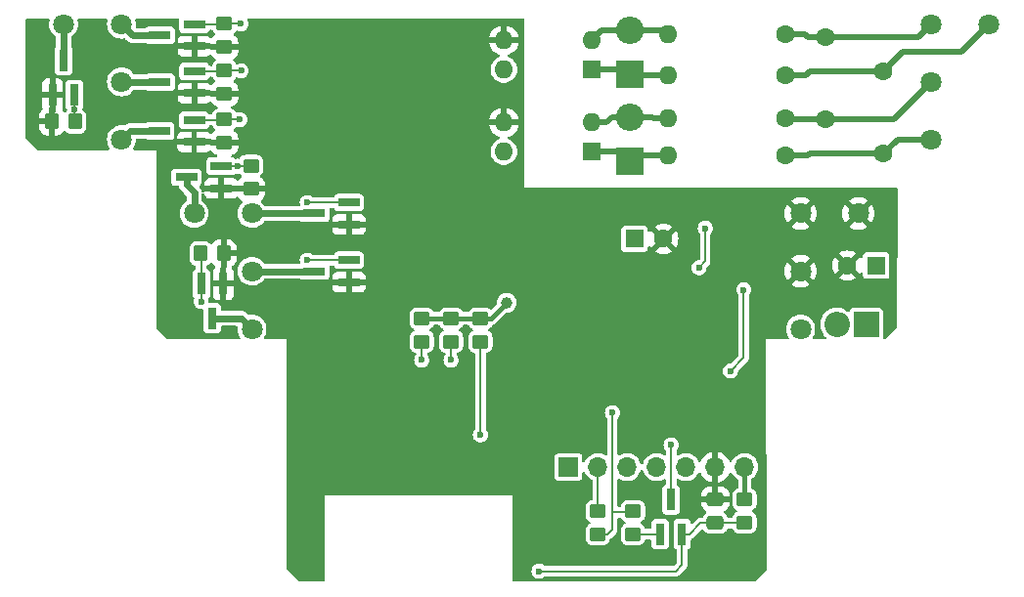
<source format=gbl>
G04 #@! TF.GenerationSoftware,KiCad,Pcbnew,7.0.6*
G04 #@! TF.CreationDate,2023-08-17T21:06:19+02:00*
G04 #@! TF.ProjectId,esp-switch,6573702d-7377-4697-9463-682e6b696361,rev?*
G04 #@! TF.SameCoordinates,Original*
G04 #@! TF.FileFunction,Copper,L2,Bot*
G04 #@! TF.FilePolarity,Positive*
%FSLAX46Y46*%
G04 Gerber Fmt 4.6, Leading zero omitted, Abs format (unit mm)*
G04 Created by KiCad (PCBNEW 7.0.6) date 2023-08-17 21:06:19*
%MOMM*%
%LPD*%
G01*
G04 APERTURE LIST*
G04 Aperture macros list*
%AMRoundRect*
0 Rectangle with rounded corners*
0 $1 Rounding radius*
0 $2 $3 $4 $5 $6 $7 $8 $9 X,Y pos of 4 corners*
0 Add a 4 corners polygon primitive as box body*
4,1,4,$2,$3,$4,$5,$6,$7,$8,$9,$2,$3,0*
0 Add four circle primitives for the rounded corners*
1,1,$1+$1,$2,$3*
1,1,$1+$1,$4,$5*
1,1,$1+$1,$6,$7*
1,1,$1+$1,$8,$9*
0 Add four rect primitives between the rounded corners*
20,1,$1+$1,$2,$3,$4,$5,0*
20,1,$1+$1,$4,$5,$6,$7,0*
20,1,$1+$1,$6,$7,$8,$9,0*
20,1,$1+$1,$8,$9,$2,$3,0*%
G04 Aperture macros list end*
G04 #@! TA.AperFunction,ComponentPad*
%ADD10R,1.600000X1.600000*%
G04 #@! TD*
G04 #@! TA.AperFunction,ComponentPad*
%ADD11C,1.600000*%
G04 #@! TD*
G04 #@! TA.AperFunction,ComponentPad*
%ADD12O,1.600000X1.600000*%
G04 #@! TD*
G04 #@! TA.AperFunction,ComponentPad*
%ADD13C,1.800000*%
G04 #@! TD*
G04 #@! TA.AperFunction,ComponentPad*
%ADD14R,2.400000X2.400000*%
G04 #@! TD*
G04 #@! TA.AperFunction,ComponentPad*
%ADD15O,2.400000X2.400000*%
G04 #@! TD*
G04 #@! TA.AperFunction,ComponentPad*
%ADD16R,1.700000X1.700000*%
G04 #@! TD*
G04 #@! TA.AperFunction,ComponentPad*
%ADD17O,1.700000X1.700000*%
G04 #@! TD*
G04 #@! TA.AperFunction,ComponentPad*
%ADD18R,2.200000X2.200000*%
G04 #@! TD*
G04 #@! TA.AperFunction,ComponentPad*
%ADD19O,2.200000X2.200000*%
G04 #@! TD*
G04 #@! TA.AperFunction,SMDPad,CuDef*
%ADD20RoundRect,0.250000X-0.350000X-0.450000X0.350000X-0.450000X0.350000X0.450000X-0.350000X0.450000X0*%
G04 #@! TD*
G04 #@! TA.AperFunction,SMDPad,CuDef*
%ADD21RoundRect,0.250000X0.450000X-0.350000X0.450000X0.350000X-0.450000X0.350000X-0.450000X-0.350000X0*%
G04 #@! TD*
G04 #@! TA.AperFunction,SMDPad,CuDef*
%ADD22RoundRect,0.250000X0.475000X-0.337500X0.475000X0.337500X-0.475000X0.337500X-0.475000X-0.337500X0*%
G04 #@! TD*
G04 #@! TA.AperFunction,SMDPad,CuDef*
%ADD23R,1.900000X0.800000*%
G04 #@! TD*
G04 #@! TA.AperFunction,SMDPad,CuDef*
%ADD24RoundRect,0.250000X-0.450000X0.350000X-0.450000X-0.350000X0.450000X-0.350000X0.450000X0.350000X0*%
G04 #@! TD*
G04 #@! TA.AperFunction,SMDPad,CuDef*
%ADD25RoundRect,0.250000X0.350000X0.450000X-0.350000X0.450000X-0.350000X-0.450000X0.350000X-0.450000X0*%
G04 #@! TD*
G04 #@! TA.AperFunction,SMDPad,CuDef*
%ADD26R,0.800000X1.900000*%
G04 #@! TD*
G04 #@! TA.AperFunction,ViaPad*
%ADD27C,0.600000*%
G04 #@! TD*
G04 #@! TA.AperFunction,ViaPad*
%ADD28C,1.000000*%
G04 #@! TD*
G04 #@! TA.AperFunction,Conductor*
%ADD29C,0.200000*%
G04 #@! TD*
G04 #@! TA.AperFunction,Conductor*
%ADD30C,0.400000*%
G04 #@! TD*
G04 #@! TA.AperFunction,Conductor*
%ADD31C,0.500000*%
G04 #@! TD*
G04 #@! TA.AperFunction,Conductor*
%ADD32C,0.600000*%
G04 #@! TD*
G04 APERTURE END LIST*
D10*
X74141380Y-21905000D03*
D11*
X71641380Y-21905000D03*
X66304200Y-12405400D03*
D12*
X56144200Y-12405400D03*
D13*
X83900000Y-1000000D03*
X78900000Y-1000000D03*
X78900000Y-6000000D03*
X78900000Y-11000000D03*
D10*
X49530200Y-12039200D03*
D12*
X49530200Y-9499200D03*
X41910200Y-9499200D03*
X41910200Y-12039200D03*
D11*
X74747800Y-5117000D03*
X69747800Y-2117000D03*
D14*
X52842200Y-12842000D03*
D15*
X52842200Y-9032000D03*
D11*
X66304200Y-5430200D03*
D12*
X56144200Y-5430200D03*
D11*
X66304200Y-9154200D03*
D12*
X56144200Y-9154200D03*
D16*
X47498000Y-39370000D03*
D17*
X50038000Y-39370000D03*
X52578000Y-39370000D03*
X55118000Y-39370000D03*
X57658000Y-39370000D03*
X60198000Y-39370000D03*
X62738000Y-39370000D03*
D14*
X52842200Y-5349000D03*
D15*
X52842200Y-1539000D03*
D18*
X73284234Y-27010400D03*
D19*
X70744234Y-27010400D03*
D10*
X49530200Y-4922200D03*
D12*
X49530200Y-2382200D03*
X41910200Y-2382200D03*
X41910200Y-4922200D03*
D13*
X3800000Y-1000000D03*
X8800000Y-1000000D03*
X8800000Y-6000000D03*
X8800000Y-11000000D03*
D11*
X74747800Y-12229000D03*
X69747800Y-9229000D03*
D10*
X53217621Y-19600000D03*
D11*
X55717621Y-19600000D03*
X66304200Y-1874200D03*
D12*
X56144200Y-1874200D03*
D13*
X15100000Y-17400000D03*
X20100000Y-17400000D03*
X20100000Y-22400000D03*
X20100000Y-27400000D03*
X72600000Y-17400000D03*
X67600000Y-17400000D03*
X67600000Y-22400000D03*
X67600000Y-27400000D03*
D20*
X2794800Y-9433600D03*
X4794800Y-9433600D03*
D21*
X34798000Y-28500000D03*
X34798000Y-26500000D03*
D22*
X60198000Y-44217500D03*
X60198000Y-42142500D03*
D23*
X17436000Y-13309600D03*
X17436000Y-15209600D03*
X14436000Y-14259600D03*
D24*
X50038000Y-43196000D03*
X50038000Y-45196000D03*
D21*
X17714000Y-7030000D03*
X17714000Y-5030000D03*
D25*
X17662400Y-20865000D03*
X15662400Y-20865000D03*
D21*
X20025400Y-15259600D03*
X20025400Y-13259600D03*
X39878000Y-28500000D03*
X39878000Y-26500000D03*
X17714000Y-2966000D03*
X17714000Y-966000D03*
D23*
X15126000Y-5080000D03*
X15126000Y-6980000D03*
X12126000Y-6030000D03*
X28500000Y-21450000D03*
X28500000Y-23350000D03*
X25500000Y-22400000D03*
D21*
X17714000Y-11246400D03*
X17714000Y-9246400D03*
D26*
X57338000Y-45188000D03*
X55438000Y-45188000D03*
X56388000Y-42188000D03*
D23*
X15126000Y-1016000D03*
X15126000Y-2916000D03*
X12126000Y-1966000D03*
D21*
X62738000Y-44180000D03*
X62738000Y-42180000D03*
D23*
X28500000Y-16450000D03*
X28500000Y-18350000D03*
X25500000Y-17400000D03*
D26*
X4744800Y-7123600D03*
X2844800Y-7123600D03*
X3794800Y-4123600D03*
D23*
X15099200Y-9296400D03*
X15099200Y-11196400D03*
X12099200Y-10246400D03*
D26*
X15712400Y-23479800D03*
X17612400Y-23479800D03*
X16662400Y-26479800D03*
D24*
X53086000Y-43196000D03*
X53086000Y-45196000D03*
D21*
X37338000Y-28500000D03*
X37338000Y-26500000D03*
D27*
X35000000Y-7500000D03*
X47500000Y-22500000D03*
X12500000Y-22500000D03*
X35000000Y-32500000D03*
X62500000Y-35000000D03*
X7500000Y-2500000D03*
X45000000Y-17500000D03*
X22500000Y-7500000D03*
X2500000Y-2500000D03*
X17500000Y-16500000D03*
X30000000Y-7500000D03*
X25000000Y-2500000D03*
X57500000Y-30000000D03*
X12500000Y-17500000D03*
X20000000Y-2500000D03*
X17500000Y-19000000D03*
X55000000Y-30000000D03*
X55000000Y-47500000D03*
X7500000Y-5000000D03*
X35000000Y-35000000D03*
X35000000Y-12500000D03*
X5000000Y-2500000D03*
X55000000Y-17500000D03*
X2500000Y-5000000D03*
X55000000Y-27500000D03*
X12500000Y-7500000D03*
X7500000Y-7500000D03*
X27500000Y-25000000D03*
X22500000Y-20000000D03*
X12500000Y-27500000D03*
X35000000Y-2500000D03*
X59900000Y-24300000D03*
X20000000Y-7500000D03*
X12500000Y-12500000D03*
X5000000Y-5000000D03*
X62500000Y-47500000D03*
X32500000Y-27500000D03*
X42500000Y-22500000D03*
X61300000Y-27500000D03*
X55000000Y-25000000D03*
X30000000Y-2500000D03*
X22500000Y-25000000D03*
X50000000Y-47500000D03*
X27500000Y-20000000D03*
X30000000Y-35000000D03*
X62500000Y-32500000D03*
X47500000Y-17500000D03*
X47500000Y-42500000D03*
X25000000Y-12500000D03*
X25000000Y-47500000D03*
X45000000Y-22500000D03*
X20000000Y-20000000D03*
X22500000Y-12500000D03*
X47500000Y-20000000D03*
X55000000Y-42500000D03*
X57500000Y-32500000D03*
X65000000Y-17500000D03*
X30000000Y-27500000D03*
X55000000Y-22500000D03*
X57500000Y-17500000D03*
D28*
X42164000Y-25146000D03*
D27*
X44950000Y-48400000D03*
X19161800Y-5039400D03*
X4744800Y-8392200D03*
X39878000Y-36576000D03*
X19136400Y-975400D03*
X19034800Y-9255800D03*
X18831600Y-13309600D03*
X15707400Y-25029200D03*
X24892000Y-21450000D03*
X34798000Y-30099000D03*
X37338000Y-30099000D03*
X24892000Y-16450000D03*
X58796000Y-22098000D03*
X59344600Y-18679200D03*
X62672000Y-24013200D03*
X61529000Y-31049000D03*
X56388000Y-37465000D03*
X51300000Y-34671000D03*
D29*
X2844800Y-7123600D02*
X2721200Y-7000000D01*
X17436000Y-15209600D02*
X17500000Y-15273600D01*
X15126000Y-2916000D02*
X15042000Y-3000000D01*
X15126000Y-6980000D02*
X15106000Y-7000000D01*
D30*
X62738000Y-39370000D02*
X62738000Y-42180000D01*
X42164000Y-25146000D02*
X40810000Y-26500000D01*
X39878000Y-26500000D02*
X37338000Y-26500000D01*
X37338000Y-26500000D02*
X34798000Y-26500000D01*
X40810000Y-26500000D02*
X40000000Y-26500000D01*
D29*
X56800000Y-48400000D02*
X57338000Y-47862000D01*
X58932500Y-44217500D02*
X60198000Y-44217500D01*
X57962000Y-45188000D02*
X58932500Y-44217500D01*
X57338000Y-47862000D02*
X57338000Y-45188000D01*
X62700500Y-44217500D02*
X62738000Y-44180000D01*
X44950000Y-48400000D02*
X56800000Y-48400000D01*
X60198000Y-44217500D02*
X62700500Y-44217500D01*
X57338000Y-45188000D02*
X57962000Y-45188000D01*
X17664000Y-5080000D02*
X17714000Y-5030000D01*
X17714000Y-5030000D02*
X19152400Y-5030000D01*
X19152400Y-5030000D02*
X19161800Y-5039400D01*
X15126000Y-5080000D02*
X17664000Y-5080000D01*
X4744800Y-7123600D02*
X4744800Y-9383600D01*
X4744800Y-9383600D02*
X4794800Y-9433600D01*
D31*
X52415400Y-4922200D02*
X52842200Y-5349000D01*
X52923400Y-5430200D02*
X52842200Y-5349000D01*
X56144200Y-5430200D02*
X52923400Y-5430200D01*
X49530200Y-4922200D02*
X52415400Y-4922200D01*
X50373400Y-1539000D02*
X52842200Y-1539000D01*
X55809000Y-1539000D02*
X56144200Y-1874200D01*
X49530200Y-2382200D02*
X50373400Y-1539000D01*
X52842200Y-1539000D02*
X55809000Y-1539000D01*
X56144200Y-12405400D02*
X53278800Y-12405400D01*
X49530200Y-12039200D02*
X52039400Y-12039200D01*
X52039400Y-12039200D02*
X52842200Y-12842000D01*
X53278800Y-12405400D02*
X52842200Y-12842000D01*
X56144200Y-9154200D02*
X54848800Y-9154200D01*
X54848800Y-9154200D02*
X54726600Y-9032000D01*
X50820800Y-9499200D02*
X49530200Y-9499200D01*
X54726600Y-9032000D02*
X52842200Y-9032000D01*
X51288000Y-9032000D02*
X50820800Y-9499200D01*
X52842200Y-9032000D02*
X51288000Y-9032000D01*
D32*
X3800000Y-1000000D02*
X3800000Y-4118400D01*
X3800000Y-4118400D02*
X3794800Y-4123600D01*
X8800000Y-1000000D02*
X9766000Y-1966000D01*
X9766000Y-1966000D02*
X12126000Y-1966000D01*
X12096000Y-6000000D02*
X12126000Y-6030000D01*
X8800000Y-6000000D02*
X12096000Y-6000000D01*
D29*
X39878000Y-34417000D02*
X39878000Y-36576000D01*
X39878000Y-28500000D02*
X39878000Y-34417000D01*
D32*
X9553600Y-10246400D02*
X12099200Y-10246400D01*
X8800000Y-11000000D02*
X9553600Y-10246400D01*
X14436000Y-14259600D02*
X14436000Y-14944000D01*
X15100000Y-15608000D02*
X15100000Y-17400000D01*
X14436000Y-14944000D02*
X15100000Y-15608000D01*
X20100000Y-17400000D02*
X25500000Y-17400000D01*
X20100000Y-22400000D02*
X25500000Y-22400000D01*
X16662400Y-26479800D02*
X19179800Y-26479800D01*
X19179800Y-26479800D02*
X20100000Y-27400000D01*
D29*
X15126000Y-1016000D02*
X17664000Y-1016000D01*
X19127000Y-966000D02*
X19136400Y-975400D01*
X17714000Y-966000D02*
X19127000Y-966000D01*
X17664000Y-1016000D02*
X17714000Y-966000D01*
X15099200Y-9296400D02*
X17664000Y-9296400D01*
X17664000Y-9296400D02*
X17714000Y-9246400D01*
X17723400Y-9255800D02*
X17714000Y-9246400D01*
X19034800Y-9255800D02*
X17723400Y-9255800D01*
X17436000Y-13309600D02*
X19975400Y-13309600D01*
X19975400Y-13309600D02*
X20025400Y-13259600D01*
X15662400Y-20865000D02*
X15712400Y-20915000D01*
X15712400Y-25024200D02*
X15707400Y-25029200D01*
X15712400Y-23479800D02*
X15712400Y-25024200D01*
X15712400Y-20915000D02*
X15712400Y-23479800D01*
X24892000Y-21450000D02*
X28500000Y-21450000D01*
X34798000Y-30099000D02*
X34798000Y-28500000D01*
X24892000Y-16450000D02*
X28500000Y-16450000D01*
X37338000Y-28500000D02*
X37338000Y-30099000D01*
D31*
X81483000Y-3417000D02*
X76447800Y-3417000D01*
X76447800Y-3417000D02*
X74747800Y-5117000D01*
X68047000Y-5430200D02*
X66304200Y-5430200D01*
X68360200Y-5117000D02*
X68047000Y-5430200D01*
X83900000Y-1000000D02*
X81483000Y-3417000D01*
X74747800Y-5117000D02*
X68360200Y-5117000D01*
X67939600Y-1874200D02*
X66304200Y-1874200D01*
X78900000Y-1000000D02*
X77783000Y-2117000D01*
X68182400Y-2117000D02*
X67939600Y-1874200D01*
X77783000Y-2117000D02*
X69747800Y-2117000D01*
X69747800Y-2117000D02*
X68182400Y-2117000D01*
X69747800Y-9229000D02*
X66379000Y-9229000D01*
X66379000Y-9229000D02*
X66304200Y-9154200D01*
X78900000Y-6000000D02*
X75671000Y-9229000D01*
X75671000Y-9229000D02*
X69747800Y-9229000D01*
X68234600Y-12405400D02*
X66304200Y-12405400D01*
X68411000Y-12229000D02*
X68234600Y-12405400D01*
X78900000Y-11000000D02*
X75976800Y-11000000D01*
X75976800Y-11000000D02*
X74747800Y-12229000D01*
X74747800Y-12229000D02*
X68411000Y-12229000D01*
D29*
X59344600Y-18679200D02*
X59344600Y-21549400D01*
X59344600Y-21549400D02*
X58796000Y-22098000D01*
X62672000Y-24013200D02*
X62672000Y-29271000D01*
X62672000Y-29906000D02*
X61529000Y-31049000D01*
X62672000Y-29271000D02*
X62672000Y-29906000D01*
X53094000Y-45188000D02*
X53086000Y-45196000D01*
X55438000Y-45188000D02*
X53094000Y-45188000D01*
X56388000Y-37465000D02*
X56388000Y-42188000D01*
X51300000Y-44800000D02*
X50904000Y-45196000D01*
X51300000Y-34671000D02*
X51300000Y-43300000D01*
X50904000Y-45196000D02*
X50038000Y-45196000D01*
X51300000Y-43300000D02*
X52982000Y-43300000D01*
X52982000Y-43300000D02*
X53086000Y-43196000D01*
X51300000Y-43300000D02*
X51300000Y-44800000D01*
X50038000Y-39370000D02*
X50038000Y-43196000D01*
G04 #@! TA.AperFunction,Conductor*
G36*
X2544800Y-519685D02*
G01*
X2590555Y-572489D01*
X2600499Y-641647D01*
X2597537Y-656088D01*
X2565206Y-776751D01*
X2563793Y-782023D01*
X2563793Y-782024D01*
X2544723Y-999997D01*
X2544723Y-1000002D01*
X2563793Y-1217975D01*
X2563793Y-1217979D01*
X2620422Y-1429322D01*
X2620424Y-1429326D01*
X2620425Y-1429330D01*
X2666661Y-1528484D01*
X2712897Y-1627638D01*
X2712898Y-1627639D01*
X2838402Y-1806877D01*
X2993123Y-1961598D01*
X3081791Y-2023684D01*
X3096623Y-2034069D01*
X3140248Y-2088645D01*
X3149500Y-2135644D01*
X3149500Y-2871856D01*
X3129815Y-2938895D01*
X3113184Y-2959534D01*
X3105602Y-2967115D01*
X3054226Y-3072208D01*
X3044300Y-3140339D01*
X3044300Y-5106860D01*
X3054226Y-5174991D01*
X3105603Y-5280085D01*
X3188314Y-5362796D01*
X3188315Y-5362796D01*
X3188317Y-5362798D01*
X3293407Y-5414173D01*
X3327473Y-5419136D01*
X3361539Y-5424100D01*
X3361540Y-5424100D01*
X4228061Y-5424100D01*
X4250771Y-5420791D01*
X4296193Y-5414173D01*
X4401283Y-5362798D01*
X4483998Y-5280083D01*
X4535373Y-5174993D01*
X4545300Y-5106860D01*
X4545300Y-3166000D01*
X13676000Y-3166000D01*
X13676000Y-3363844D01*
X13682401Y-3423372D01*
X13682403Y-3423379D01*
X13732645Y-3558086D01*
X13732649Y-3558093D01*
X13818809Y-3673187D01*
X13818812Y-3673190D01*
X13933906Y-3759350D01*
X13933913Y-3759354D01*
X14068620Y-3809596D01*
X14068627Y-3809598D01*
X14128155Y-3815999D01*
X14128172Y-3816000D01*
X14876000Y-3816000D01*
X14876000Y-3166000D01*
X13676000Y-3166000D01*
X4545300Y-3166000D01*
X4545300Y-3140340D01*
X4535373Y-3072207D01*
X4483998Y-2967117D01*
X4483995Y-2967114D01*
X4483995Y-2967113D01*
X4478027Y-2958753D01*
X4479958Y-2957373D01*
X4453334Y-2908614D01*
X4450500Y-2882256D01*
X4450500Y-2135644D01*
X4470185Y-2068605D01*
X4503377Y-2034069D01*
X4606877Y-1961598D01*
X4761598Y-1806877D01*
X4887102Y-1627639D01*
X4979575Y-1429330D01*
X5036207Y-1217977D01*
X5055277Y-1000000D01*
X5036207Y-782023D01*
X5002464Y-656092D01*
X5004127Y-586244D01*
X5043289Y-528381D01*
X5107518Y-500877D01*
X5122239Y-500000D01*
X7477761Y-500000D01*
X7544800Y-519685D01*
X7590555Y-572489D01*
X7600499Y-641647D01*
X7597537Y-656088D01*
X7565206Y-776751D01*
X7563793Y-782023D01*
X7563793Y-782024D01*
X7544723Y-999997D01*
X7544723Y-1000002D01*
X7563793Y-1217975D01*
X7563793Y-1217979D01*
X7620422Y-1429322D01*
X7620424Y-1429326D01*
X7620425Y-1429330D01*
X7666661Y-1528484D01*
X7712897Y-1627638D01*
X7712898Y-1627639D01*
X7838402Y-1806877D01*
X7993123Y-1961598D01*
X8172361Y-2087102D01*
X8370670Y-2179575D01*
X8370676Y-2179576D01*
X8370677Y-2179577D01*
X8401364Y-2187799D01*
X8582023Y-2236207D01*
X8764926Y-2252208D01*
X8799998Y-2255277D01*
X8800000Y-2255277D01*
X8800002Y-2255277D01*
X8854494Y-2250509D01*
X9017977Y-2236207D01*
X9026340Y-2233966D01*
X9096189Y-2235629D01*
X9146114Y-2266060D01*
X9245564Y-2365510D01*
X9255635Y-2378080D01*
X9255822Y-2377926D01*
X9260796Y-2383937D01*
X9260798Y-2383940D01*
X9287080Y-2408620D01*
X9313243Y-2433190D01*
X9334967Y-2454913D01*
X9340757Y-2459405D01*
X9345197Y-2463197D01*
X9374498Y-2490711D01*
X9380607Y-2496448D01*
X9380609Y-2496449D01*
X9399205Y-2506672D01*
X9415470Y-2517357D01*
X9432232Y-2530360D01*
X9432235Y-2530361D01*
X9432236Y-2530362D01*
X9476823Y-2549656D01*
X9482059Y-2552221D01*
X9524632Y-2575627D01*
X9540340Y-2579659D01*
X9545186Y-2580904D01*
X9563598Y-2587207D01*
X9583073Y-2595635D01*
X9631071Y-2603237D01*
X9636740Y-2604411D01*
X9683823Y-2616500D01*
X9705051Y-2616500D01*
X9724448Y-2618026D01*
X9745403Y-2621345D01*
X9745404Y-2621346D01*
X9745404Y-2621345D01*
X9745405Y-2621346D01*
X9793760Y-2616775D01*
X9799599Y-2616500D01*
X10879456Y-2616500D01*
X10946495Y-2636185D01*
X10967137Y-2652819D01*
X10969514Y-2655196D01*
X10969515Y-2655196D01*
X10969517Y-2655198D01*
X11074607Y-2706573D01*
X11097037Y-2709841D01*
X11142739Y-2716500D01*
X11142740Y-2716500D01*
X13109261Y-2716500D01*
X13131971Y-2713191D01*
X13177393Y-2706573D01*
X13260387Y-2666000D01*
X13676000Y-2666000D01*
X14876000Y-2666000D01*
X14876000Y-2016000D01*
X14128155Y-2016000D01*
X14068627Y-2022401D01*
X14068620Y-2022403D01*
X13933913Y-2072645D01*
X13933906Y-2072649D01*
X13818812Y-2158809D01*
X13818809Y-2158812D01*
X13732649Y-2273906D01*
X13732645Y-2273913D01*
X13682403Y-2408620D01*
X13682401Y-2408627D01*
X13676000Y-2468155D01*
X13676000Y-2666000D01*
X13260387Y-2666000D01*
X13282483Y-2655198D01*
X13365198Y-2572483D01*
X13416573Y-2467393D01*
X13426500Y-2399260D01*
X13426500Y-1532740D01*
X13416573Y-1464607D01*
X13365198Y-1359517D01*
X13365196Y-1359515D01*
X13365196Y-1359514D01*
X13282485Y-1276803D01*
X13177391Y-1225426D01*
X13109261Y-1215500D01*
X13109260Y-1215500D01*
X11142740Y-1215500D01*
X11142739Y-1215500D01*
X11074608Y-1225426D01*
X10969514Y-1276803D01*
X10967137Y-1279181D01*
X10963085Y-1281393D01*
X10961153Y-1282773D01*
X10960986Y-1282539D01*
X10905814Y-1312666D01*
X10879456Y-1315500D01*
X10162997Y-1315500D01*
X10095958Y-1295815D01*
X10050203Y-1243011D01*
X10039469Y-1180693D01*
X10055277Y-1000002D01*
X10055277Y-999997D01*
X10046438Y-898968D01*
X10036207Y-782023D01*
X10002464Y-656092D01*
X10004127Y-586244D01*
X10043289Y-528381D01*
X10107518Y-500877D01*
X10122239Y-500000D01*
X13701500Y-500000D01*
X13768539Y-519685D01*
X13814294Y-572489D01*
X13825500Y-624000D01*
X13825500Y-1449260D01*
X13835426Y-1517391D01*
X13886803Y-1622485D01*
X13969514Y-1705196D01*
X13969515Y-1705196D01*
X13969517Y-1705198D01*
X14074607Y-1756573D01*
X14108673Y-1761536D01*
X14142739Y-1766500D01*
X14142740Y-1766500D01*
X16109261Y-1766500D01*
X16131971Y-1763191D01*
X16177393Y-1756573D01*
X16282483Y-1705198D01*
X16365198Y-1622483D01*
X16407457Y-1536039D01*
X16454585Y-1484457D01*
X16518858Y-1466500D01*
X16593508Y-1466500D01*
X16660547Y-1486185D01*
X16706302Y-1538989D01*
X16708069Y-1543047D01*
X16737285Y-1613582D01*
X16739464Y-1618841D01*
X16835718Y-1744282D01*
X16877030Y-1775982D01*
X16877032Y-1775983D01*
X16918235Y-1832411D01*
X16922390Y-1902157D01*
X16888178Y-1963077D01*
X16866643Y-1979897D01*
X16795659Y-2023680D01*
X16795655Y-2023683D01*
X16671680Y-2147658D01*
X16655806Y-2173395D01*
X16603858Y-2220118D01*
X16534895Y-2231339D01*
X16470813Y-2203495D01*
X16451002Y-2182607D01*
X16433186Y-2158809D01*
X16318093Y-2072649D01*
X16318086Y-2072645D01*
X16183379Y-2022403D01*
X16183372Y-2022401D01*
X16123844Y-2016000D01*
X15376000Y-2016000D01*
X15376000Y-2666000D01*
X16514638Y-2666000D01*
X16581677Y-2685685D01*
X16602319Y-2702319D01*
X16616000Y-2716000D01*
X18913999Y-2716000D01*
X18913999Y-2566028D01*
X18913998Y-2566013D01*
X18903505Y-2463302D01*
X18848358Y-2296880D01*
X18848356Y-2296875D01*
X18756315Y-2147654D01*
X18740860Y-2132199D01*
X40631327Y-2132199D01*
X40631328Y-2132200D01*
X41594514Y-2132200D01*
X41582559Y-2144155D01*
X41525035Y-2257052D01*
X41505214Y-2382200D01*
X41525035Y-2507348D01*
X41582559Y-2620245D01*
X41594514Y-2632200D01*
X40631328Y-2632200D01*
X40683930Y-2828517D01*
X40683934Y-2828526D01*
X40780065Y-3034682D01*
X40910542Y-3221020D01*
X41071379Y-3381857D01*
X41257717Y-3512334D01*
X41463873Y-3608465D01*
X41463884Y-3608470D01*
X41482948Y-3613578D01*
X41542609Y-3649942D01*
X41573139Y-3712789D01*
X41564845Y-3782165D01*
X41520360Y-3836043D01*
X41495650Y-3848979D01*
X41395191Y-3887897D01*
X41395180Y-3887902D01*
X41213899Y-4000147D01*
X41056327Y-4143793D01*
X40927832Y-4313946D01*
X40832796Y-4504805D01*
X40832796Y-4504807D01*
X40774444Y-4709889D01*
X40764202Y-4820426D01*
X40754771Y-4922200D01*
X40774444Y-5134510D01*
X40818522Y-5289427D01*
X40832796Y-5339592D01*
X40832796Y-5339594D01*
X40927832Y-5530453D01*
X41042913Y-5682843D01*
X41056328Y-5700607D01*
X41213898Y-5844252D01*
X41395181Y-5956498D01*
X41594002Y-6033521D01*
X41803590Y-6072700D01*
X41803592Y-6072700D01*
X42016808Y-6072700D01*
X42016810Y-6072700D01*
X42226398Y-6033521D01*
X42425219Y-5956498D01*
X42606502Y-5844252D01*
X42764072Y-5700607D01*
X42892566Y-5530455D01*
X42945524Y-5424100D01*
X42987603Y-5339594D01*
X42987603Y-5339593D01*
X42987605Y-5339589D01*
X43045956Y-5134510D01*
X43065629Y-4922200D01*
X43045956Y-4709890D01*
X42987605Y-4504811D01*
X42987603Y-4504806D01*
X42987603Y-4504805D01*
X42892567Y-4313946D01*
X42764072Y-4143793D01*
X42717713Y-4101531D01*
X42606502Y-4000148D01*
X42425219Y-3887902D01*
X42425217Y-3887901D01*
X42324749Y-3848980D01*
X42269347Y-3806407D01*
X42245757Y-3740640D01*
X42261468Y-3672560D01*
X42311492Y-3623781D01*
X42337452Y-3613578D01*
X42356512Y-3608471D01*
X42356526Y-3608465D01*
X42562682Y-3512334D01*
X42749020Y-3381857D01*
X42909857Y-3221020D01*
X43040334Y-3034682D01*
X43136465Y-2828526D01*
X43136469Y-2828517D01*
X43189072Y-2632200D01*
X42225886Y-2632200D01*
X42237841Y-2620245D01*
X42295365Y-2507348D01*
X42315186Y-2382200D01*
X42295365Y-2257052D01*
X42237841Y-2144155D01*
X42225886Y-2132200D01*
X43189072Y-2132200D01*
X43189072Y-2132199D01*
X43136469Y-1935882D01*
X43136465Y-1935873D01*
X43040334Y-1729717D01*
X42909857Y-1543379D01*
X42749020Y-1382542D01*
X42562682Y-1252065D01*
X42356528Y-1155934D01*
X42160200Y-1103327D01*
X42160200Y-2066513D01*
X42148245Y-2054559D01*
X42035348Y-1997035D01*
X41941681Y-1982200D01*
X41878719Y-1982200D01*
X41785052Y-1997035D01*
X41672155Y-2054559D01*
X41660200Y-2066513D01*
X41660200Y-1103327D01*
X41463871Y-1155934D01*
X41257717Y-1252065D01*
X41071379Y-1382542D01*
X40910542Y-1543379D01*
X40780065Y-1729717D01*
X40683934Y-1935873D01*
X40683930Y-1935882D01*
X40631327Y-2132199D01*
X18740860Y-2132199D01*
X18632345Y-2023684D01*
X18561356Y-1979898D01*
X18514632Y-1927950D01*
X18503409Y-1858988D01*
X18531253Y-1794905D01*
X18550961Y-1775988D01*
X18592282Y-1744282D01*
X18688536Y-1618841D01*
X18688536Y-1618838D01*
X18688539Y-1618836D01*
X18692599Y-1611804D01*
X18695680Y-1613582D01*
X18729124Y-1571884D01*
X18795367Y-1549666D01*
X18857703Y-1563778D01*
X18904035Y-1588096D01*
X18904037Y-1588096D01*
X18904038Y-1588097D01*
X19057414Y-1625900D01*
X19057415Y-1625900D01*
X19215385Y-1625900D01*
X19368765Y-1588096D01*
X19399654Y-1571884D01*
X19508640Y-1514683D01*
X19626883Y-1409930D01*
X19716620Y-1279923D01*
X19772637Y-1132218D01*
X19791678Y-975400D01*
X19791502Y-973954D01*
X19786231Y-930541D01*
X19772637Y-818582D01*
X19716620Y-670877D01*
X19715518Y-667971D01*
X19710151Y-598308D01*
X19743298Y-536802D01*
X19804437Y-502980D01*
X19831460Y-500000D01*
X43576000Y-500000D01*
X43643039Y-519685D01*
X43688794Y-572489D01*
X43700000Y-624000D01*
X43699999Y-15173999D01*
X43700000Y-15174000D01*
X75881901Y-15174000D01*
X75948940Y-15193685D01*
X75994695Y-15246489D01*
X76005896Y-15299094D01*
X75900447Y-27249279D01*
X75880172Y-27316142D01*
X75864133Y-27335866D01*
X74944153Y-28255846D01*
X74882830Y-28289331D01*
X74813138Y-28284347D01*
X74757205Y-28242475D01*
X74732788Y-28177011D01*
X74733767Y-28150293D01*
X74734734Y-28143660D01*
X74734734Y-25877140D01*
X74732949Y-25864892D01*
X74725548Y-25814092D01*
X74724807Y-25809007D01*
X74673432Y-25703917D01*
X74673430Y-25703915D01*
X74673430Y-25703914D01*
X74590719Y-25621203D01*
X74485625Y-25569826D01*
X74417495Y-25559900D01*
X74417494Y-25559900D01*
X72150974Y-25559900D01*
X72150973Y-25559900D01*
X72082842Y-25569826D01*
X71977748Y-25621203D01*
X71895037Y-25703914D01*
X71843657Y-25809015D01*
X71842088Y-25814092D01*
X71803485Y-25872330D01*
X71739525Y-25900451D01*
X71670514Y-25889529D01*
X71647456Y-25875329D01*
X71540309Y-25791933D01*
X71540303Y-25791929D01*
X71328891Y-25677518D01*
X71328886Y-25677516D01*
X71101534Y-25599466D01*
X70915861Y-25568483D01*
X70864426Y-25559900D01*
X70624042Y-25559900D01*
X70576620Y-25567813D01*
X70386933Y-25599466D01*
X70159581Y-25677516D01*
X70159576Y-25677518D01*
X69948164Y-25791929D01*
X69948158Y-25791933D01*
X69758476Y-25939569D01*
X69758473Y-25939572D01*
X69758470Y-25939574D01*
X69758470Y-25939575D01*
X69740285Y-25959329D01*
X69595664Y-26116429D01*
X69595661Y-26116433D01*
X69464185Y-26317670D01*
X69367623Y-26537810D01*
X69308613Y-26770840D01*
X69288763Y-27010394D01*
X69288763Y-27010405D01*
X69308613Y-27249959D01*
X69367623Y-27482989D01*
X69464185Y-27703129D01*
X69558286Y-27847160D01*
X69595663Y-27904369D01*
X69758470Y-28081225D01*
X69758473Y-28081227D01*
X69762246Y-28084701D01*
X69760510Y-28086585D01*
X69795222Y-28134555D01*
X69799076Y-28204318D01*
X69764602Y-28265091D01*
X69702744Y-28297577D01*
X69678353Y-28300000D01*
X68734594Y-28300000D01*
X68667555Y-28280315D01*
X68621800Y-28227511D01*
X68611856Y-28158353D01*
X68633020Y-28104876D01*
X68634105Y-28103326D01*
X68687102Y-28027639D01*
X68779575Y-27829330D01*
X68836207Y-27617977D01*
X68855277Y-27400000D01*
X68836207Y-27182023D01*
X68798562Y-27041530D01*
X68779577Y-26970677D01*
X68779576Y-26970676D01*
X68779575Y-26970670D01*
X68687102Y-26772362D01*
X68687100Y-26772359D01*
X68687099Y-26772357D01*
X68561599Y-26593124D01*
X68506284Y-26537809D01*
X68406877Y-26438402D01*
X68227639Y-26312898D01*
X68227640Y-26312898D01*
X68227638Y-26312897D01*
X68128484Y-26266661D01*
X68029330Y-26220425D01*
X68029326Y-26220424D01*
X68029322Y-26220422D01*
X67817977Y-26163793D01*
X67600002Y-26144723D01*
X67599998Y-26144723D01*
X67454682Y-26157436D01*
X67382023Y-26163793D01*
X67382020Y-26163793D01*
X67170677Y-26220422D01*
X67170668Y-26220426D01*
X66972361Y-26312898D01*
X66972357Y-26312900D01*
X66793121Y-26438402D01*
X66638402Y-26593121D01*
X66512900Y-26772357D01*
X66512898Y-26772361D01*
X66420426Y-26970668D01*
X66420422Y-26970677D01*
X66363793Y-27182020D01*
X66363793Y-27182024D01*
X66344723Y-27399997D01*
X66344723Y-27400002D01*
X66353859Y-27504427D01*
X66363172Y-27610884D01*
X66363793Y-27617975D01*
X66363793Y-27617979D01*
X66420422Y-27829322D01*
X66420424Y-27829326D01*
X66420425Y-27829330D01*
X66455417Y-27904370D01*
X66512898Y-28027639D01*
X66512902Y-28027645D01*
X66566980Y-28104876D01*
X66589308Y-28171082D01*
X66572298Y-28238849D01*
X66521351Y-28286663D01*
X66465406Y-28300000D01*
X64600000Y-28300000D01*
X64699740Y-48148272D01*
X64680393Y-48215409D01*
X64663423Y-48236576D01*
X63636319Y-49263681D01*
X63574996Y-49297166D01*
X63548638Y-49300000D01*
X42788000Y-49300000D01*
X42720961Y-49280315D01*
X42675206Y-49227511D01*
X42664000Y-49176000D01*
X42664000Y-48400000D01*
X44294722Y-48400000D01*
X44313762Y-48556818D01*
X44366415Y-48695650D01*
X44369780Y-48704523D01*
X44459517Y-48834530D01*
X44577760Y-48939283D01*
X44577762Y-48939284D01*
X44717634Y-49012696D01*
X44871014Y-49050500D01*
X44871015Y-49050500D01*
X45028985Y-49050500D01*
X45182365Y-49012696D01*
X45182365Y-49012695D01*
X45322240Y-48939283D01*
X45387256Y-48881683D01*
X45450490Y-48851963D01*
X45469483Y-48850500D01*
X56771217Y-48850500D01*
X56778155Y-48850889D01*
X56810050Y-48854483D01*
X56817034Y-48855270D01*
X56817034Y-48855269D01*
X56817035Y-48855270D01*
X56875479Y-48844211D01*
X56934287Y-48835348D01*
X56934290Y-48835346D01*
X56942447Y-48832830D01*
X56950469Y-48830023D01*
X56950472Y-48830023D01*
X57003072Y-48802222D01*
X57056642Y-48776425D01*
X57056642Y-48776424D01*
X57056644Y-48776424D01*
X57063695Y-48771616D01*
X57070538Y-48766566D01*
X57112599Y-48724504D01*
X57112598Y-48724504D01*
X57156194Y-48684055D01*
X57156196Y-48684050D01*
X57161987Y-48676790D01*
X57162643Y-48677313D01*
X57172032Y-48665070D01*
X57636205Y-48200896D01*
X57641373Y-48196277D01*
X57671970Y-48171879D01*
X57705480Y-48122728D01*
X57740793Y-48074882D01*
X57740794Y-48074879D01*
X57744787Y-48067324D01*
X57748470Y-48059676D01*
X57748470Y-48059675D01*
X57748472Y-48059673D01*
X57766007Y-48002822D01*
X57785646Y-47946699D01*
X57787232Y-47938311D01*
X57788500Y-47929904D01*
X57788500Y-47870426D01*
X57790724Y-47810992D01*
X57789684Y-47801761D01*
X57790513Y-47801667D01*
X57788500Y-47786366D01*
X57788500Y-46580857D01*
X57808185Y-46513818D01*
X57858039Y-46469457D01*
X57944483Y-46427198D01*
X58027198Y-46344483D01*
X58078573Y-46239393D01*
X58088500Y-46171260D01*
X58088500Y-45705408D01*
X58108185Y-45638370D01*
X58154557Y-45595780D01*
X58165072Y-45590222D01*
X58218644Y-45564424D01*
X58225695Y-45559616D01*
X58232538Y-45554566D01*
X58274599Y-45512504D01*
X58274598Y-45512503D01*
X58318194Y-45472055D01*
X58318196Y-45472050D01*
X58323987Y-45464790D01*
X58324643Y-45465313D01*
X58334032Y-45453070D01*
X58988394Y-44798708D01*
X59049715Y-44765225D01*
X59119407Y-44770209D01*
X59175340Y-44812081D01*
X59190632Y-44838935D01*
X59198464Y-44857841D01*
X59294718Y-44983282D01*
X59420159Y-45079536D01*
X59566238Y-45140044D01*
X59683639Y-45155500D01*
X60712360Y-45155499D01*
X60712363Y-45155499D01*
X60829753Y-45140046D01*
X60829757Y-45140044D01*
X60829762Y-45140044D01*
X60975841Y-45079536D01*
X61101282Y-44983282D01*
X61197536Y-44857841D01*
X61244463Y-44744547D01*
X61288305Y-44690144D01*
X61354599Y-44668079D01*
X61359025Y-44668000D01*
X61612331Y-44668000D01*
X61679370Y-44687685D01*
X61725125Y-44740489D01*
X61726887Y-44744537D01*
X61726891Y-44744547D01*
X61726892Y-44744548D01*
X61763462Y-44832838D01*
X61763463Y-44832839D01*
X61763464Y-44832841D01*
X61859718Y-44958282D01*
X61985159Y-45054536D01*
X62131238Y-45115044D01*
X62248639Y-45130500D01*
X63227360Y-45130499D01*
X63227363Y-45130499D01*
X63344753Y-45115046D01*
X63344757Y-45115044D01*
X63344762Y-45115044D01*
X63490841Y-45054536D01*
X63616282Y-44958282D01*
X63712536Y-44832841D01*
X63773044Y-44686762D01*
X63788500Y-44569361D01*
X63788499Y-43790640D01*
X63788499Y-43790639D01*
X63788499Y-43790636D01*
X63773046Y-43673246D01*
X63773044Y-43673239D01*
X63773044Y-43673238D01*
X63712536Y-43527159D01*
X63616282Y-43401718D01*
X63490841Y-43305464D01*
X63490840Y-43305463D01*
X63490838Y-43305462D01*
X63464519Y-43294561D01*
X63410115Y-43250721D01*
X63388050Y-43184427D01*
X63405329Y-43116727D01*
X63456466Y-43069116D01*
X63464519Y-43065439D01*
X63469246Y-43063480D01*
X63490841Y-43054536D01*
X63616282Y-42958282D01*
X63712536Y-42832841D01*
X63773044Y-42686762D01*
X63788500Y-42569361D01*
X63788499Y-41790640D01*
X63788499Y-41790638D01*
X63788499Y-41790636D01*
X63773046Y-41673246D01*
X63773044Y-41673239D01*
X63773044Y-41673238D01*
X63712536Y-41527159D01*
X63616282Y-41401718D01*
X63490841Y-41305464D01*
X63490839Y-41305463D01*
X63365047Y-41253358D01*
X63310644Y-41209517D01*
X63288579Y-41143222D01*
X63288500Y-41138797D01*
X63288500Y-40510203D01*
X63308185Y-40443164D01*
X63347221Y-40404777D01*
X63464562Y-40332124D01*
X63628981Y-40182236D01*
X63763058Y-40004689D01*
X63862229Y-39805528D01*
X63923115Y-39591536D01*
X63943643Y-39370000D01*
X63923115Y-39148464D01*
X63862229Y-38934472D01*
X63862224Y-38934461D01*
X63763061Y-38735316D01*
X63763056Y-38735308D01*
X63628979Y-38557761D01*
X63464562Y-38407876D01*
X63464560Y-38407874D01*
X63275404Y-38290754D01*
X63275398Y-38290752D01*
X63067940Y-38210382D01*
X62849243Y-38169500D01*
X62626757Y-38169500D01*
X62408060Y-38210382D01*
X62311600Y-38247751D01*
X62200601Y-38290752D01*
X62200595Y-38290754D01*
X62011439Y-38407874D01*
X62011437Y-38407876D01*
X61847020Y-38557761D01*
X61712943Y-38735308D01*
X61712938Y-38735316D01*
X61661664Y-38838288D01*
X61614160Y-38889525D01*
X61546497Y-38906946D01*
X61480157Y-38885020D01*
X61438282Y-38835421D01*
X61371600Y-38692422D01*
X61371599Y-38692420D01*
X61236113Y-38498926D01*
X61236108Y-38498920D01*
X61069082Y-38331894D01*
X60875578Y-38196399D01*
X60661492Y-38096570D01*
X60661486Y-38096567D01*
X60448000Y-38039364D01*
X60448000Y-38934498D01*
X60340315Y-38885320D01*
X60233763Y-38870000D01*
X60162237Y-38870000D01*
X60055685Y-38885320D01*
X59948000Y-38934498D01*
X59948000Y-38039364D01*
X59947999Y-38039364D01*
X59734513Y-38096567D01*
X59734507Y-38096570D01*
X59520422Y-38196399D01*
X59520420Y-38196400D01*
X59326926Y-38331886D01*
X59326920Y-38331891D01*
X59159891Y-38498920D01*
X59159886Y-38498926D01*
X59024400Y-38692420D01*
X59024399Y-38692422D01*
X58957717Y-38835421D01*
X58911544Y-38887860D01*
X58844350Y-38907012D01*
X58777469Y-38886796D01*
X58734335Y-38838288D01*
X58683061Y-38735316D01*
X58683056Y-38735308D01*
X58548979Y-38557761D01*
X58384562Y-38407876D01*
X58384560Y-38407874D01*
X58195404Y-38290754D01*
X58195398Y-38290752D01*
X57987940Y-38210382D01*
X57769243Y-38169500D01*
X57546757Y-38169500D01*
X57328060Y-38210382D01*
X57231600Y-38247751D01*
X57120601Y-38290752D01*
X57120595Y-38290754D01*
X57027776Y-38348226D01*
X56960416Y-38366781D01*
X56893716Y-38345973D01*
X56848855Y-38292408D01*
X56838499Y-38242799D01*
X56838499Y-38230802D01*
X56838499Y-37990755D01*
X56858184Y-37923720D01*
X56873847Y-37905445D01*
X56873509Y-37905145D01*
X56878481Y-37899532D01*
X56878481Y-37899531D01*
X56878483Y-37899530D01*
X56968220Y-37769523D01*
X57024237Y-37621818D01*
X57043278Y-37465000D01*
X57024237Y-37308182D01*
X56968220Y-37160477D01*
X56878483Y-37030470D01*
X56760240Y-36925717D01*
X56760238Y-36925716D01*
X56760237Y-36925715D01*
X56620365Y-36852303D01*
X56466986Y-36814500D01*
X56466985Y-36814500D01*
X56309015Y-36814500D01*
X56309014Y-36814500D01*
X56155634Y-36852303D01*
X56015762Y-36925715D01*
X55897516Y-37030471D01*
X55807781Y-37160475D01*
X55807780Y-37160476D01*
X55751762Y-37308181D01*
X55732722Y-37464999D01*
X55732722Y-37465000D01*
X55751762Y-37621818D01*
X55807780Y-37769523D01*
X55807781Y-37769524D01*
X55897518Y-37899532D01*
X55902491Y-37905145D01*
X55901044Y-37906426D01*
X55932850Y-37957120D01*
X55937500Y-37990759D01*
X55937500Y-38242798D01*
X55917815Y-38309837D01*
X55865011Y-38355592D01*
X55795853Y-38365536D01*
X55748223Y-38348225D01*
X55655404Y-38290754D01*
X55655398Y-38290752D01*
X55447940Y-38210382D01*
X55229243Y-38169500D01*
X55006757Y-38169500D01*
X54788060Y-38210382D01*
X54691600Y-38247751D01*
X54580601Y-38290752D01*
X54580595Y-38290754D01*
X54391439Y-38407874D01*
X54391437Y-38407876D01*
X54227020Y-38557761D01*
X54092943Y-38735308D01*
X54092938Y-38735316D01*
X53993775Y-38934461D01*
X53993769Y-38934476D01*
X53967266Y-39027627D01*
X53929987Y-39086721D01*
X53866677Y-39116278D01*
X53797438Y-39106916D01*
X53744251Y-39061606D01*
X53728734Y-39027627D01*
X53702230Y-38934476D01*
X53702229Y-38934472D01*
X53702224Y-38934461D01*
X53603061Y-38735316D01*
X53603056Y-38735308D01*
X53468979Y-38557761D01*
X53304562Y-38407876D01*
X53304560Y-38407874D01*
X53115404Y-38290754D01*
X53115398Y-38290752D01*
X52907940Y-38210382D01*
X52689243Y-38169500D01*
X52466757Y-38169500D01*
X52248060Y-38210382D01*
X52151600Y-38247751D01*
X52040601Y-38290752D01*
X52040595Y-38290755D01*
X51939777Y-38353178D01*
X51872416Y-38371733D01*
X51805717Y-38350925D01*
X51760856Y-38297359D01*
X51750500Y-38247751D01*
X51750500Y-35196759D01*
X51770185Y-35129720D01*
X51785846Y-35111444D01*
X51785509Y-35111145D01*
X51790481Y-35105532D01*
X51790481Y-35105531D01*
X51790483Y-35105530D01*
X51880220Y-34975523D01*
X51936237Y-34827818D01*
X51955278Y-34671000D01*
X51936237Y-34514182D01*
X51880220Y-34366477D01*
X51790483Y-34236470D01*
X51672240Y-34131717D01*
X51672238Y-34131716D01*
X51672237Y-34131715D01*
X51532365Y-34058303D01*
X51378986Y-34020500D01*
X51378985Y-34020500D01*
X51221015Y-34020500D01*
X51221014Y-34020500D01*
X51067634Y-34058303D01*
X50927762Y-34131715D01*
X50809516Y-34236471D01*
X50719781Y-34366475D01*
X50719780Y-34366476D01*
X50663762Y-34514181D01*
X50644722Y-34670999D01*
X50644722Y-34671000D01*
X50663762Y-34827818D01*
X50719780Y-34975523D01*
X50719781Y-34975524D01*
X50809518Y-35105532D01*
X50814491Y-35111145D01*
X50813044Y-35112426D01*
X50844850Y-35163120D01*
X50849500Y-35196759D01*
X50849500Y-38237845D01*
X50829815Y-38304884D01*
X50777011Y-38350639D01*
X50707853Y-38360583D01*
X50660223Y-38343272D01*
X50575404Y-38290754D01*
X50575398Y-38290752D01*
X50367940Y-38210382D01*
X50149243Y-38169500D01*
X49926757Y-38169500D01*
X49708060Y-38210382D01*
X49611600Y-38247751D01*
X49500601Y-38290752D01*
X49500595Y-38290754D01*
X49311439Y-38407874D01*
X49311437Y-38407876D01*
X49147020Y-38557761D01*
X49012943Y-38735308D01*
X49012938Y-38735316D01*
X48933500Y-38894850D01*
X48885997Y-38946087D01*
X48818334Y-38963508D01*
X48751994Y-38941582D01*
X48708039Y-38887271D01*
X48698500Y-38839578D01*
X48698500Y-38486739D01*
X48688573Y-38418608D01*
X48688573Y-38418607D01*
X48637198Y-38313517D01*
X48637196Y-38313515D01*
X48637196Y-38313514D01*
X48554485Y-38230803D01*
X48449391Y-38179426D01*
X48381261Y-38169500D01*
X48381260Y-38169500D01*
X46614740Y-38169500D01*
X46614739Y-38169500D01*
X46546608Y-38179426D01*
X46441514Y-38230803D01*
X46358803Y-38313514D01*
X46307426Y-38418608D01*
X46297500Y-38486739D01*
X46297500Y-40253260D01*
X46307426Y-40321391D01*
X46358803Y-40426485D01*
X46441514Y-40509196D01*
X46441515Y-40509196D01*
X46441517Y-40509198D01*
X46546607Y-40560573D01*
X46580673Y-40565536D01*
X46614739Y-40570500D01*
X46614740Y-40570500D01*
X48381261Y-40570500D01*
X48403971Y-40567191D01*
X48449393Y-40560573D01*
X48554483Y-40509198D01*
X48637198Y-40426483D01*
X48688573Y-40321393D01*
X48698500Y-40253260D01*
X48698500Y-39900420D01*
X48718185Y-39833382D01*
X48770989Y-39787627D01*
X48840147Y-39777683D01*
X48903703Y-39806708D01*
X48933500Y-39845149D01*
X49012938Y-40004683D01*
X49012943Y-40004691D01*
X49147020Y-40182238D01*
X49311437Y-40332123D01*
X49311439Y-40332125D01*
X49385807Y-40378171D01*
X49500599Y-40449247D01*
X49508289Y-40452226D01*
X49563692Y-40494795D01*
X49587285Y-40560561D01*
X49587500Y-40567854D01*
X49587500Y-42131638D01*
X49567815Y-42198677D01*
X49515011Y-42244432D01*
X49479685Y-42254577D01*
X49431245Y-42260954D01*
X49431237Y-42260956D01*
X49285160Y-42321463D01*
X49159718Y-42417718D01*
X49063463Y-42543160D01*
X49002956Y-42689237D01*
X49002955Y-42689239D01*
X48987500Y-42806638D01*
X48987500Y-43585363D01*
X49002953Y-43702753D01*
X49002956Y-43702762D01*
X49036885Y-43784675D01*
X49063464Y-43848841D01*
X49159718Y-43974282D01*
X49285159Y-44070536D01*
X49308488Y-44080199D01*
X49311481Y-44081439D01*
X49365884Y-44125280D01*
X49387949Y-44191575D01*
X49370670Y-44259274D01*
X49319532Y-44306884D01*
X49311481Y-44310561D01*
X49285160Y-44321463D01*
X49159718Y-44417718D01*
X49063463Y-44543160D01*
X49002956Y-44689237D01*
X49002955Y-44689239D01*
X48987500Y-44806638D01*
X48987500Y-45585363D01*
X49002953Y-45702753D01*
X49002956Y-45702762D01*
X49063464Y-45848841D01*
X49159718Y-45974282D01*
X49285159Y-46070536D01*
X49431238Y-46131044D01*
X49548639Y-46146500D01*
X50527360Y-46146499D01*
X50527363Y-46146499D01*
X50644753Y-46131046D01*
X50644757Y-46131044D01*
X50644762Y-46131044D01*
X50790841Y-46070536D01*
X50916282Y-45974282D01*
X51012536Y-45848841D01*
X51073044Y-45702762D01*
X51076686Y-45675095D01*
X51104952Y-45611200D01*
X51145826Y-45579560D01*
X51160642Y-45572425D01*
X51167695Y-45567616D01*
X51174538Y-45562566D01*
X51216598Y-45520505D01*
X51225221Y-45512504D01*
X51260194Y-45480055D01*
X51260196Y-45480050D01*
X51265987Y-45472790D01*
X51266643Y-45473313D01*
X51276032Y-45461070D01*
X51598205Y-45138896D01*
X51603373Y-45134277D01*
X51633970Y-45109879D01*
X51667480Y-45060728D01*
X51702793Y-45012882D01*
X51702794Y-45012879D01*
X51706787Y-45005324D01*
X51710470Y-44997676D01*
X51710470Y-44997675D01*
X51710472Y-44997673D01*
X51728007Y-44940822D01*
X51747646Y-44884699D01*
X51749228Y-44876336D01*
X51750500Y-44867899D01*
X51750500Y-44808441D01*
X51752725Y-44748990D01*
X51751685Y-44739758D01*
X51752513Y-44739664D01*
X51750500Y-44724361D01*
X51750500Y-43874500D01*
X51770185Y-43807461D01*
X51822989Y-43761706D01*
X51874500Y-43750500D01*
X51987876Y-43750500D01*
X52054915Y-43770185D01*
X52100670Y-43822989D01*
X52102437Y-43827048D01*
X52111462Y-43848838D01*
X52111463Y-43848839D01*
X52111464Y-43848841D01*
X52207718Y-43974282D01*
X52333159Y-44070536D01*
X52356488Y-44080199D01*
X52359481Y-44081439D01*
X52413884Y-44125280D01*
X52435949Y-44191575D01*
X52418670Y-44259274D01*
X52367532Y-44306884D01*
X52359481Y-44310561D01*
X52333160Y-44321463D01*
X52207718Y-44417718D01*
X52111463Y-44543160D01*
X52050956Y-44689237D01*
X52050955Y-44689239D01*
X52035500Y-44806638D01*
X52035500Y-45585363D01*
X52050953Y-45702753D01*
X52050956Y-45702762D01*
X52111464Y-45848841D01*
X52207718Y-45974282D01*
X52333159Y-46070536D01*
X52479238Y-46131044D01*
X52596639Y-46146500D01*
X53575360Y-46146499D01*
X53575363Y-46146499D01*
X53692753Y-46131046D01*
X53692757Y-46131044D01*
X53692762Y-46131044D01*
X53838841Y-46070536D01*
X53964282Y-45974282D01*
X54060536Y-45848841D01*
X54115955Y-45715046D01*
X54159796Y-45660644D01*
X54226090Y-45638579D01*
X54230516Y-45638500D01*
X54563500Y-45638500D01*
X54630539Y-45658185D01*
X54676294Y-45710989D01*
X54687500Y-45762500D01*
X54687500Y-46171260D01*
X54697426Y-46239391D01*
X54748803Y-46344485D01*
X54831514Y-46427196D01*
X54831515Y-46427196D01*
X54831517Y-46427198D01*
X54936607Y-46478573D01*
X54970673Y-46483536D01*
X55004739Y-46488500D01*
X55004740Y-46488500D01*
X55871261Y-46488500D01*
X55893971Y-46485190D01*
X55939393Y-46478573D01*
X56044483Y-46427198D01*
X56127198Y-46344483D01*
X56178573Y-46239393D01*
X56188500Y-46171260D01*
X56188500Y-44204740D01*
X56178573Y-44136607D01*
X56127198Y-44031517D01*
X56127196Y-44031515D01*
X56127196Y-44031514D01*
X56044485Y-43948803D01*
X55939391Y-43897426D01*
X55871261Y-43887500D01*
X55871260Y-43887500D01*
X55004740Y-43887500D01*
X55004739Y-43887500D01*
X54936608Y-43897426D01*
X54831514Y-43948803D01*
X54748803Y-44031514D01*
X54697426Y-44136608D01*
X54687500Y-44204739D01*
X54687500Y-44613500D01*
X54667815Y-44680539D01*
X54615011Y-44726294D01*
X54563500Y-44737500D01*
X54223889Y-44737500D01*
X54156850Y-44717815D01*
X54111095Y-44665011D01*
X54109328Y-44660953D01*
X54060536Y-44543160D01*
X54060536Y-44543159D01*
X53964282Y-44417718D01*
X53838841Y-44321464D01*
X53838840Y-44321463D01*
X53838838Y-44321462D01*
X53812519Y-44310561D01*
X53758115Y-44266721D01*
X53736050Y-44200427D01*
X53753329Y-44132727D01*
X53804466Y-44085116D01*
X53812519Y-44081439D01*
X53817246Y-44079480D01*
X53838841Y-44070536D01*
X53964282Y-43974282D01*
X54060536Y-43848841D01*
X54121044Y-43702762D01*
X54136500Y-43585361D01*
X54136499Y-42806640D01*
X54136499Y-42806638D01*
X54136499Y-42806636D01*
X54121046Y-42689246D01*
X54121044Y-42689239D01*
X54121044Y-42689238D01*
X54060536Y-42543159D01*
X53964282Y-42417718D01*
X53838841Y-42321464D01*
X53692762Y-42260956D01*
X53692760Y-42260955D01*
X53575370Y-42245501D01*
X53575367Y-42245500D01*
X53575361Y-42245500D01*
X53575354Y-42245500D01*
X52596636Y-42245500D01*
X52479246Y-42260953D01*
X52479237Y-42260956D01*
X52333160Y-42321463D01*
X52207718Y-42417718D01*
X52111463Y-42543160D01*
X52050956Y-42689237D01*
X52050956Y-42689239D01*
X52044051Y-42741686D01*
X52015784Y-42805582D01*
X51957459Y-42844053D01*
X51921112Y-42849500D01*
X51874500Y-42849500D01*
X51807461Y-42829815D01*
X51761706Y-42777011D01*
X51750500Y-42725500D01*
X51750500Y-40492248D01*
X51770185Y-40425209D01*
X51822989Y-40379454D01*
X51892147Y-40369510D01*
X51939777Y-40386821D01*
X52040595Y-40449245D01*
X52040596Y-40449245D01*
X52040599Y-40449247D01*
X52248060Y-40529618D01*
X52466757Y-40570500D01*
X52466759Y-40570500D01*
X52689241Y-40570500D01*
X52689243Y-40570500D01*
X52907940Y-40529618D01*
X53115401Y-40449247D01*
X53304562Y-40332124D01*
X53468981Y-40182236D01*
X53603058Y-40004689D01*
X53702229Y-39805528D01*
X53728734Y-39712371D01*
X53766013Y-39653278D01*
X53829323Y-39623721D01*
X53898562Y-39633083D01*
X53951749Y-39678393D01*
X53967266Y-39712372D01*
X53993769Y-39805523D01*
X53993775Y-39805538D01*
X54092938Y-40004683D01*
X54092943Y-40004691D01*
X54227020Y-40182238D01*
X54391437Y-40332123D01*
X54391439Y-40332125D01*
X54580595Y-40449245D01*
X54580596Y-40449245D01*
X54580599Y-40449247D01*
X54788060Y-40529618D01*
X55006757Y-40570500D01*
X55006759Y-40570500D01*
X55229241Y-40570500D01*
X55229243Y-40570500D01*
X55447940Y-40529618D01*
X55655401Y-40449247D01*
X55748224Y-40391773D01*
X55815583Y-40373218D01*
X55882282Y-40394026D01*
X55927144Y-40447591D01*
X55937500Y-40497201D01*
X55937500Y-40795142D01*
X55917815Y-40862181D01*
X55867960Y-40906543D01*
X55781514Y-40948803D01*
X55698803Y-41031514D01*
X55647426Y-41136608D01*
X55637500Y-41204739D01*
X55637500Y-43171260D01*
X55647426Y-43239391D01*
X55647427Y-43239393D01*
X55681040Y-43308151D01*
X55698803Y-43344485D01*
X55781514Y-43427196D01*
X55781515Y-43427196D01*
X55781517Y-43427198D01*
X55886607Y-43478573D01*
X55920673Y-43483536D01*
X55954739Y-43488500D01*
X55954740Y-43488500D01*
X56821261Y-43488500D01*
X56843970Y-43485191D01*
X56889393Y-43478573D01*
X56994483Y-43427198D01*
X57077198Y-43344483D01*
X57128573Y-43239393D01*
X57138500Y-43171260D01*
X57138500Y-41892500D01*
X58973000Y-41892500D01*
X59948000Y-41892500D01*
X59948000Y-41055000D01*
X60447999Y-41055000D01*
X60447999Y-41892499D01*
X60448001Y-41892500D01*
X61422998Y-41892500D01*
X61422999Y-41755028D01*
X61422998Y-41755013D01*
X61412505Y-41652302D01*
X61357358Y-41485880D01*
X61357356Y-41485875D01*
X61265315Y-41336654D01*
X61141345Y-41212684D01*
X60992124Y-41120643D01*
X60992119Y-41120641D01*
X60825697Y-41065494D01*
X60825690Y-41065493D01*
X60722986Y-41055000D01*
X60447999Y-41055000D01*
X59948000Y-41055000D01*
X59673029Y-41055000D01*
X59673012Y-41055001D01*
X59570302Y-41065494D01*
X59403880Y-41120641D01*
X59403875Y-41120643D01*
X59254654Y-41212684D01*
X59130684Y-41336654D01*
X59038643Y-41485875D01*
X59038641Y-41485880D01*
X58983494Y-41652302D01*
X58983493Y-41652309D01*
X58973000Y-41755013D01*
X58973000Y-41892500D01*
X57138500Y-41892500D01*
X57138500Y-41204740D01*
X57128573Y-41136607D01*
X57077198Y-41031517D01*
X57077196Y-41031515D01*
X57077196Y-41031514D01*
X56994484Y-40948802D01*
X56908038Y-40906541D01*
X56856456Y-40859413D01*
X56838499Y-40795141D01*
X56838499Y-40497200D01*
X56858184Y-40430161D01*
X56910988Y-40384406D01*
X56980146Y-40374462D01*
X57027771Y-40391771D01*
X57120599Y-40449247D01*
X57328060Y-40529618D01*
X57546757Y-40570500D01*
X57546759Y-40570500D01*
X57769241Y-40570500D01*
X57769243Y-40570500D01*
X57987940Y-40529618D01*
X58195401Y-40449247D01*
X58384562Y-40332124D01*
X58548981Y-40182236D01*
X58683058Y-40004689D01*
X58734334Y-39901712D01*
X58781837Y-39850475D01*
X58849500Y-39833053D01*
X58915841Y-39854978D01*
X58957717Y-39904578D01*
X59024399Y-40047578D01*
X59159894Y-40241082D01*
X59326917Y-40408105D01*
X59520421Y-40543600D01*
X59734507Y-40643429D01*
X59734516Y-40643433D01*
X59948000Y-40700634D01*
X59948000Y-39805501D01*
X60055685Y-39854680D01*
X60162237Y-39870000D01*
X60233763Y-39870000D01*
X60340315Y-39854680D01*
X60448000Y-39805501D01*
X60448000Y-40700633D01*
X60661483Y-40643433D01*
X60661492Y-40643429D01*
X60875578Y-40543600D01*
X61069082Y-40408105D01*
X61236105Y-40241082D01*
X61371600Y-40047578D01*
X61438282Y-39904578D01*
X61484454Y-39852139D01*
X61551648Y-39832987D01*
X61618529Y-39853203D01*
X61661664Y-39901711D01*
X61712938Y-40004683D01*
X61712943Y-40004691D01*
X61847020Y-40182238D01*
X62011433Y-40332120D01*
X62011435Y-40332121D01*
X62011438Y-40332124D01*
X62128778Y-40404777D01*
X62175413Y-40456803D01*
X62187500Y-40510203D01*
X62187499Y-41138797D01*
X62167814Y-41205837D01*
X62115010Y-41251591D01*
X62110952Y-41253358D01*
X61985160Y-41305463D01*
X61859718Y-41401718D01*
X61763463Y-41527160D01*
X61702956Y-41673237D01*
X61702955Y-41673239D01*
X61687500Y-41790638D01*
X61687500Y-42569363D01*
X61702953Y-42686753D01*
X61702956Y-42686762D01*
X61762210Y-42829815D01*
X61763464Y-42832841D01*
X61859718Y-42958282D01*
X61985159Y-43054536D01*
X62008488Y-43064199D01*
X62011481Y-43065439D01*
X62065884Y-43109280D01*
X62087949Y-43175575D01*
X62070670Y-43243274D01*
X62019532Y-43290884D01*
X62011481Y-43294561D01*
X61985160Y-43305463D01*
X61859718Y-43401718D01*
X61763463Y-43527160D01*
X61702955Y-43673239D01*
X61702458Y-43675097D01*
X61701610Y-43676487D01*
X61699846Y-43680747D01*
X61699181Y-43680471D01*
X61666091Y-43734756D01*
X61603244Y-43765284D01*
X61582684Y-43767000D01*
X61359025Y-43767000D01*
X61291986Y-43747315D01*
X61246231Y-43694511D01*
X61244464Y-43690453D01*
X61197536Y-43577160D01*
X61197536Y-43577159D01*
X61101282Y-43451718D01*
X61101280Y-43451717D01*
X61101280Y-43451716D01*
X60987720Y-43364579D01*
X60946517Y-43308151D01*
X60942362Y-43238405D01*
X60976574Y-43177485D01*
X60998110Y-43160664D01*
X61141342Y-43072317D01*
X61141344Y-43072316D01*
X61265315Y-42948345D01*
X61357356Y-42799124D01*
X61357358Y-42799119D01*
X61412505Y-42632697D01*
X61412506Y-42632690D01*
X61422999Y-42529986D01*
X61423000Y-42529973D01*
X61423000Y-42392500D01*
X58973001Y-42392500D01*
X58973001Y-42529986D01*
X58983494Y-42632697D01*
X59038641Y-42799119D01*
X59038643Y-42799124D01*
X59130684Y-42948345D01*
X59254654Y-43072315D01*
X59397890Y-43160664D01*
X59444614Y-43212612D01*
X59455837Y-43281575D01*
X59427993Y-43345657D01*
X59408280Y-43364578D01*
X59294720Y-43451716D01*
X59294719Y-43451717D01*
X59294718Y-43451718D01*
X59230548Y-43535345D01*
X59198463Y-43577160D01*
X59151536Y-43690453D01*
X59107695Y-43744856D01*
X59041401Y-43766921D01*
X59036975Y-43767000D01*
X58961283Y-43767000D01*
X58954344Y-43766610D01*
X58940069Y-43765002D01*
X58915464Y-43762229D01*
X58865043Y-43771770D01*
X58857020Y-43773288D01*
X58844332Y-43775200D01*
X58798216Y-43782151D01*
X58790032Y-43784675D01*
X58782028Y-43787476D01*
X58729436Y-43815273D01*
X58675857Y-43841074D01*
X58668838Y-43845859D01*
X58661961Y-43850935D01*
X58619913Y-43892983D01*
X58576303Y-43933447D01*
X58570513Y-43940708D01*
X58569862Y-43940188D01*
X58560467Y-43952428D01*
X58291187Y-44221709D01*
X58229864Y-44255194D01*
X58160173Y-44250210D01*
X58104239Y-44208339D01*
X58080802Y-44151906D01*
X58078573Y-44136607D01*
X58027198Y-44031517D01*
X58027196Y-44031515D01*
X58027196Y-44031514D01*
X57944485Y-43948803D01*
X57839391Y-43897426D01*
X57771261Y-43887500D01*
X57771260Y-43887500D01*
X56904740Y-43887500D01*
X56904739Y-43887500D01*
X56836608Y-43897426D01*
X56731514Y-43948803D01*
X56648803Y-44031514D01*
X56597426Y-44136608D01*
X56587500Y-44204739D01*
X56587500Y-46171260D01*
X56597426Y-46239391D01*
X56648803Y-46344485D01*
X56731515Y-46427197D01*
X56731516Y-46427197D01*
X56731517Y-46427198D01*
X56817960Y-46469457D01*
X56869542Y-46516583D01*
X56887500Y-46580857D01*
X56887500Y-47624034D01*
X56867815Y-47691073D01*
X56851181Y-47711715D01*
X56649716Y-47913181D01*
X56588393Y-47946666D01*
X56562035Y-47949500D01*
X45469483Y-47949500D01*
X45402444Y-47929815D01*
X45387256Y-47918316D01*
X45333199Y-47870426D01*
X45322240Y-47860717D01*
X45322238Y-47860716D01*
X45322237Y-47860715D01*
X45182365Y-47787303D01*
X45028986Y-47749500D01*
X45028985Y-47749500D01*
X44871015Y-47749500D01*
X44871014Y-47749500D01*
X44717634Y-47787303D01*
X44577762Y-47860715D01*
X44459516Y-47965471D01*
X44369781Y-48095475D01*
X44369780Y-48095476D01*
X44313762Y-48243181D01*
X44294722Y-48399999D01*
X44294722Y-48400000D01*
X42664000Y-48400000D01*
X42664000Y-41861600D01*
X26424000Y-41861600D01*
X26424000Y-49176000D01*
X26404315Y-49243039D01*
X26351511Y-49288794D01*
X26300000Y-49300000D01*
X24251362Y-49300000D01*
X24184323Y-49280315D01*
X24163681Y-49263681D01*
X23136319Y-48236319D01*
X23102834Y-48174996D01*
X23100000Y-48148638D01*
X23100000Y-28889363D01*
X33747500Y-28889363D01*
X33762953Y-29006753D01*
X33762956Y-29006762D01*
X33823464Y-29152841D01*
X33919718Y-29278282D01*
X34045159Y-29374536D01*
X34191238Y-29435044D01*
X34239685Y-29441422D01*
X34303582Y-29469688D01*
X34342053Y-29528013D01*
X34347500Y-29564361D01*
X34347500Y-29573240D01*
X34327815Y-29640279D01*
X34312153Y-29658556D01*
X34312491Y-29658856D01*
X34307515Y-29664472D01*
X34217781Y-29794475D01*
X34217780Y-29794476D01*
X34161762Y-29942181D01*
X34142722Y-30098999D01*
X34142722Y-30099000D01*
X34161762Y-30255818D01*
X34202101Y-30362181D01*
X34217780Y-30403523D01*
X34307517Y-30533530D01*
X34425760Y-30638283D01*
X34425762Y-30638284D01*
X34565634Y-30711696D01*
X34719014Y-30749500D01*
X34719015Y-30749500D01*
X34876985Y-30749500D01*
X35030365Y-30711696D01*
X35030364Y-30711696D01*
X35170240Y-30638283D01*
X35288483Y-30533530D01*
X35378220Y-30403523D01*
X35434237Y-30255818D01*
X35453278Y-30099000D01*
X35446943Y-30046822D01*
X35434237Y-29942181D01*
X35401170Y-29854992D01*
X35378220Y-29794477D01*
X35288483Y-29664470D01*
X35288479Y-29664466D01*
X35283509Y-29658856D01*
X35284953Y-29657576D01*
X35253145Y-29606860D01*
X35248500Y-29573240D01*
X35248500Y-29564361D01*
X35268185Y-29497322D01*
X35320989Y-29451567D01*
X35356317Y-29441422D01*
X35404753Y-29435046D01*
X35404757Y-29435044D01*
X35404762Y-29435044D01*
X35550841Y-29374536D01*
X35676282Y-29278282D01*
X35772536Y-29152841D01*
X35833044Y-29006762D01*
X35848500Y-28889361D01*
X35848499Y-28110640D01*
X35848499Y-28110638D01*
X35848499Y-28110636D01*
X35833046Y-27993246D01*
X35833044Y-27993239D01*
X35833044Y-27993238D01*
X35772536Y-27847159D01*
X35676282Y-27721718D01*
X35550841Y-27625464D01*
X35550840Y-27625463D01*
X35550838Y-27625462D01*
X35524519Y-27614561D01*
X35470115Y-27570721D01*
X35448050Y-27504427D01*
X35465329Y-27436727D01*
X35516466Y-27389116D01*
X35524519Y-27385439D01*
X35529246Y-27383480D01*
X35550841Y-27374536D01*
X35676282Y-27278282D01*
X35772536Y-27152841D01*
X35783219Y-27127048D01*
X35827061Y-27072644D01*
X35893355Y-27050579D01*
X35897781Y-27050500D01*
X36238219Y-27050500D01*
X36305258Y-27070185D01*
X36351013Y-27122989D01*
X36352780Y-27127048D01*
X36363462Y-27152838D01*
X36363463Y-27152839D01*
X36363464Y-27152841D01*
X36459718Y-27278282D01*
X36585159Y-27374536D01*
X36608488Y-27384199D01*
X36611481Y-27385439D01*
X36665884Y-27429280D01*
X36687949Y-27495575D01*
X36670670Y-27563274D01*
X36619532Y-27610884D01*
X36611481Y-27614561D01*
X36585160Y-27625463D01*
X36459718Y-27721718D01*
X36363463Y-27847160D01*
X36302956Y-27993237D01*
X36302955Y-27993239D01*
X36287500Y-28110638D01*
X36287500Y-28889363D01*
X36302953Y-29006753D01*
X36302956Y-29006762D01*
X36363464Y-29152841D01*
X36459718Y-29278282D01*
X36585159Y-29374536D01*
X36731238Y-29435044D01*
X36779685Y-29441422D01*
X36843582Y-29469688D01*
X36882053Y-29528013D01*
X36887500Y-29564361D01*
X36887500Y-29573240D01*
X36867815Y-29640279D01*
X36852153Y-29658556D01*
X36852491Y-29658856D01*
X36847515Y-29664472D01*
X36757781Y-29794475D01*
X36757780Y-29794476D01*
X36701762Y-29942181D01*
X36682722Y-30098999D01*
X36682722Y-30099000D01*
X36701762Y-30255818D01*
X36742101Y-30362181D01*
X36757780Y-30403523D01*
X36847517Y-30533530D01*
X36965760Y-30638283D01*
X36965762Y-30638284D01*
X37105634Y-30711696D01*
X37259014Y-30749500D01*
X37259015Y-30749500D01*
X37416985Y-30749500D01*
X37570365Y-30711696D01*
X37570364Y-30711696D01*
X37710240Y-30638283D01*
X37828483Y-30533530D01*
X37918220Y-30403523D01*
X37974237Y-30255818D01*
X37993278Y-30099000D01*
X37986943Y-30046822D01*
X37974237Y-29942181D01*
X37941170Y-29854992D01*
X37918220Y-29794477D01*
X37828483Y-29664470D01*
X37828479Y-29664466D01*
X37823509Y-29658856D01*
X37824953Y-29657576D01*
X37793145Y-29606860D01*
X37788500Y-29573240D01*
X37788500Y-29564361D01*
X37808185Y-29497322D01*
X37860989Y-29451567D01*
X37896317Y-29441422D01*
X37944753Y-29435046D01*
X37944757Y-29435044D01*
X37944762Y-29435044D01*
X38090841Y-29374536D01*
X38216282Y-29278282D01*
X38312536Y-29152841D01*
X38373044Y-29006762D01*
X38388500Y-28889361D01*
X38388499Y-28110640D01*
X38388499Y-28110638D01*
X38388499Y-28110636D01*
X38373046Y-27993246D01*
X38373044Y-27993239D01*
X38373044Y-27993238D01*
X38312536Y-27847159D01*
X38216282Y-27721718D01*
X38090841Y-27625464D01*
X38090840Y-27625463D01*
X38090838Y-27625462D01*
X38064519Y-27614561D01*
X38010115Y-27570721D01*
X37988050Y-27504427D01*
X38005329Y-27436727D01*
X38056466Y-27389116D01*
X38064519Y-27385439D01*
X38069246Y-27383480D01*
X38090841Y-27374536D01*
X38216282Y-27278282D01*
X38312536Y-27152841D01*
X38323219Y-27127048D01*
X38367061Y-27072644D01*
X38433355Y-27050579D01*
X38437781Y-27050500D01*
X38778219Y-27050500D01*
X38845258Y-27070185D01*
X38891013Y-27122989D01*
X38892780Y-27127048D01*
X38903462Y-27152838D01*
X38903463Y-27152839D01*
X38903464Y-27152841D01*
X38999718Y-27278282D01*
X39125159Y-27374536D01*
X39148488Y-27384199D01*
X39151481Y-27385439D01*
X39205884Y-27429280D01*
X39227949Y-27495575D01*
X39210670Y-27563274D01*
X39159532Y-27610884D01*
X39151481Y-27614561D01*
X39125160Y-27625463D01*
X38999718Y-27721718D01*
X38903463Y-27847160D01*
X38842956Y-27993237D01*
X38842955Y-27993239D01*
X38827500Y-28110638D01*
X38827500Y-28889363D01*
X38842953Y-29006753D01*
X38842956Y-29006762D01*
X38903464Y-29152841D01*
X38999718Y-29278282D01*
X39125159Y-29374536D01*
X39271238Y-29435044D01*
X39319685Y-29441422D01*
X39383582Y-29469688D01*
X39422053Y-29528013D01*
X39427500Y-29564361D01*
X39427500Y-36050240D01*
X39407815Y-36117279D01*
X39392153Y-36135556D01*
X39392491Y-36135856D01*
X39387515Y-36141472D01*
X39297781Y-36271475D01*
X39297780Y-36271476D01*
X39241762Y-36419181D01*
X39222722Y-36575999D01*
X39222722Y-36576000D01*
X39241762Y-36732818D01*
X39287078Y-36852304D01*
X39297780Y-36880523D01*
X39387517Y-37010530D01*
X39505760Y-37115283D01*
X39505762Y-37115284D01*
X39645634Y-37188696D01*
X39799014Y-37226500D01*
X39799015Y-37226500D01*
X39956985Y-37226500D01*
X40110365Y-37188696D01*
X40164135Y-37160475D01*
X40250240Y-37115283D01*
X40368483Y-37010530D01*
X40458220Y-36880523D01*
X40514237Y-36732818D01*
X40533278Y-36576000D01*
X40514237Y-36419182D01*
X40458220Y-36271477D01*
X40368483Y-36141470D01*
X40368479Y-36141466D01*
X40363509Y-36135856D01*
X40364953Y-36134576D01*
X40333145Y-36083860D01*
X40328500Y-36050240D01*
X40328500Y-31049000D01*
X60873722Y-31049000D01*
X60892762Y-31205818D01*
X60948780Y-31353522D01*
X60948780Y-31353523D01*
X61038517Y-31483530D01*
X61156760Y-31588283D01*
X61156762Y-31588284D01*
X61296634Y-31661696D01*
X61450014Y-31699500D01*
X61450015Y-31699500D01*
X61607985Y-31699500D01*
X61761365Y-31661696D01*
X61901240Y-31588283D01*
X62019483Y-31483530D01*
X62109220Y-31353523D01*
X62165237Y-31205818D01*
X62181632Y-31070789D01*
X62209254Y-31006612D01*
X62217037Y-30998065D01*
X62970205Y-30244896D01*
X62975373Y-30240277D01*
X63005970Y-30215879D01*
X63039480Y-30166728D01*
X63074793Y-30118882D01*
X63074794Y-30118879D01*
X63078787Y-30111324D01*
X63082470Y-30103676D01*
X63082470Y-30103675D01*
X63082472Y-30103673D01*
X63100007Y-30046822D01*
X63119646Y-29990699D01*
X63121232Y-29982311D01*
X63122500Y-29973904D01*
X63122500Y-29914426D01*
X63124724Y-29854992D01*
X63123684Y-29845761D01*
X63124513Y-29845667D01*
X63122500Y-29830366D01*
X63122500Y-24538959D01*
X63142185Y-24471920D01*
X63157846Y-24453644D01*
X63157509Y-24453345D01*
X63162481Y-24447732D01*
X63162481Y-24447731D01*
X63162483Y-24447730D01*
X63252220Y-24317723D01*
X63308237Y-24170018D01*
X63327278Y-24013200D01*
X63308237Y-23856382D01*
X63252220Y-23708677D01*
X63162483Y-23578670D01*
X63044240Y-23473917D01*
X63044238Y-23473916D01*
X63044237Y-23473915D01*
X62904365Y-23400503D01*
X62750986Y-23362700D01*
X62750985Y-23362700D01*
X62593015Y-23362700D01*
X62593014Y-23362700D01*
X62439634Y-23400503D01*
X62299762Y-23473915D01*
X62299759Y-23473917D01*
X62299760Y-23473917D01*
X62184475Y-23576050D01*
X62181516Y-23578671D01*
X62091781Y-23708675D01*
X62091780Y-23708676D01*
X62035762Y-23856381D01*
X62016722Y-24013199D01*
X62016722Y-24013200D01*
X62035762Y-24170018D01*
X62091780Y-24317723D01*
X62091781Y-24317724D01*
X62181518Y-24447732D01*
X62186491Y-24453345D01*
X62185044Y-24454626D01*
X62216850Y-24505320D01*
X62221500Y-24538959D01*
X62221500Y-29203098D01*
X62221499Y-29668035D01*
X62201814Y-29735075D01*
X62185180Y-29755716D01*
X61578716Y-30362181D01*
X61517393Y-30395666D01*
X61491035Y-30398500D01*
X61450014Y-30398500D01*
X61296634Y-30436303D01*
X61156762Y-30509715D01*
X61038516Y-30614471D01*
X60948781Y-30744475D01*
X60948780Y-30744476D01*
X60892762Y-30892181D01*
X60873722Y-31048999D01*
X60873722Y-31049000D01*
X40328500Y-31049000D01*
X40328500Y-29564361D01*
X40348185Y-29497322D01*
X40400989Y-29451567D01*
X40436317Y-29441422D01*
X40484753Y-29435046D01*
X40484757Y-29435044D01*
X40484762Y-29435044D01*
X40630841Y-29374536D01*
X40756282Y-29278282D01*
X40852536Y-29152841D01*
X40913044Y-29006762D01*
X40928500Y-28889361D01*
X40928499Y-28110640D01*
X40928499Y-28110638D01*
X40928499Y-28110636D01*
X40913046Y-27993246D01*
X40913044Y-27993239D01*
X40913044Y-27993238D01*
X40852536Y-27847159D01*
X40756282Y-27721718D01*
X40630841Y-27625464D01*
X40630840Y-27625463D01*
X40630838Y-27625462D01*
X40604519Y-27614561D01*
X40550115Y-27570721D01*
X40528050Y-27504427D01*
X40545329Y-27436727D01*
X40596466Y-27389116D01*
X40604519Y-27385439D01*
X40609246Y-27383480D01*
X40630841Y-27374536D01*
X40756282Y-27278282D01*
X40852536Y-27152841D01*
X40870563Y-27109318D01*
X40914403Y-27054916D01*
X40952533Y-27040155D01*
X40951750Y-27037359D01*
X40959914Y-27035070D01*
X40959920Y-27035070D01*
X40976383Y-27027918D01*
X40996416Y-27021181D01*
X41013852Y-27016933D01*
X41052465Y-26995221D01*
X41058090Y-26992427D01*
X41098720Y-26974780D01*
X41112632Y-26963460D01*
X41130123Y-26951557D01*
X41145755Y-26942768D01*
X41145753Y-26942768D01*
X41145759Y-26942766D01*
X41177059Y-26911464D01*
X41181771Y-26907211D01*
X41216108Y-26879278D01*
X41226456Y-26864616D01*
X41240074Y-26848449D01*
X42055705Y-26032818D01*
X42117028Y-25999334D01*
X42143386Y-25996500D01*
X42253389Y-25996500D01*
X42253391Y-25996500D01*
X42428267Y-25959329D01*
X42591593Y-25886612D01*
X42736230Y-25781526D01*
X42855859Y-25648665D01*
X42945250Y-25493835D01*
X43000497Y-25323803D01*
X43019185Y-25146000D01*
X43000497Y-24968197D01*
X42951756Y-24818188D01*
X42945252Y-24798170D01*
X42945249Y-24798164D01*
X42905118Y-24728655D01*
X42855859Y-24643335D01*
X42809003Y-24591296D01*
X42736235Y-24510478D01*
X42736232Y-24510476D01*
X42736231Y-24510475D01*
X42736230Y-24510474D01*
X42591593Y-24405388D01*
X42428267Y-24332671D01*
X42428265Y-24332670D01*
X42300594Y-24305533D01*
X42253391Y-24295500D01*
X42074609Y-24295500D01*
X42043954Y-24302015D01*
X41899733Y-24332670D01*
X41899728Y-24332672D01*
X41736408Y-24405387D01*
X41591768Y-24510475D01*
X41472140Y-24643336D01*
X41382750Y-24798164D01*
X41382747Y-24798170D01*
X41327504Y-24968192D01*
X41327503Y-24968194D01*
X41308815Y-25146002D01*
X41308815Y-25146007D01*
X41309923Y-25156555D01*
X41297351Y-25225284D01*
X41274283Y-25257191D01*
X40863433Y-25668040D01*
X40802110Y-25701525D01*
X40732418Y-25696541D01*
X40700266Y-25678735D01*
X40630842Y-25625464D01*
X40484762Y-25564956D01*
X40484760Y-25564955D01*
X40367370Y-25549501D01*
X40367367Y-25549500D01*
X40367361Y-25549500D01*
X40367354Y-25549500D01*
X39388636Y-25549500D01*
X39271246Y-25564953D01*
X39271237Y-25564956D01*
X39125160Y-25625463D01*
X38999718Y-25721718D01*
X38903462Y-25847161D01*
X38892780Y-25872952D01*
X38848939Y-25927356D01*
X38782645Y-25949421D01*
X38778219Y-25949500D01*
X38437781Y-25949500D01*
X38370742Y-25929815D01*
X38324987Y-25877011D01*
X38323220Y-25872952D01*
X38312537Y-25847161D01*
X38312536Y-25847160D01*
X38312536Y-25847159D01*
X38216282Y-25721718D01*
X38090841Y-25625464D01*
X38028076Y-25599466D01*
X37944762Y-25564956D01*
X37944760Y-25564955D01*
X37827370Y-25549501D01*
X37827367Y-25549500D01*
X37827361Y-25549500D01*
X37827354Y-25549500D01*
X36848636Y-25549500D01*
X36731246Y-25564953D01*
X36731237Y-25564956D01*
X36585160Y-25625463D01*
X36459718Y-25721718D01*
X36363462Y-25847161D01*
X36352780Y-25872952D01*
X36308939Y-25927356D01*
X36242645Y-25949421D01*
X36238219Y-25949500D01*
X35897781Y-25949500D01*
X35830742Y-25929815D01*
X35784987Y-25877011D01*
X35783220Y-25872952D01*
X35772537Y-25847161D01*
X35772536Y-25847160D01*
X35772536Y-25847159D01*
X35676282Y-25721718D01*
X35550841Y-25625464D01*
X35488076Y-25599466D01*
X35404762Y-25564956D01*
X35404760Y-25564955D01*
X35287370Y-25549501D01*
X35287367Y-25549500D01*
X35287361Y-25549500D01*
X35287354Y-25549500D01*
X34308636Y-25549500D01*
X34191246Y-25564953D01*
X34191237Y-25564956D01*
X34045160Y-25625463D01*
X33919718Y-25721718D01*
X33823463Y-25847160D01*
X33762956Y-25993237D01*
X33762955Y-25993239D01*
X33747500Y-26110638D01*
X33747500Y-26889363D01*
X33762953Y-27006753D01*
X33762956Y-27006762D01*
X33823464Y-27152841D01*
X33919718Y-27278282D01*
X34045159Y-27374536D01*
X34068488Y-27384199D01*
X34071481Y-27385439D01*
X34125884Y-27429280D01*
X34147949Y-27495575D01*
X34130670Y-27563274D01*
X34079532Y-27610884D01*
X34071481Y-27614561D01*
X34045160Y-27625463D01*
X33919718Y-27721718D01*
X33823463Y-27847160D01*
X33762956Y-27993237D01*
X33762955Y-27993239D01*
X33747500Y-28110638D01*
X33747500Y-28889363D01*
X23100000Y-28889363D01*
X23100000Y-28300000D01*
X21234594Y-28300000D01*
X21167555Y-28280315D01*
X21121800Y-28227511D01*
X21111856Y-28158353D01*
X21133020Y-28104876D01*
X21134105Y-28103326D01*
X21187102Y-28027639D01*
X21279575Y-27829330D01*
X21336207Y-27617977D01*
X21355277Y-27400000D01*
X21336207Y-27182023D01*
X21298562Y-27041530D01*
X21279577Y-26970677D01*
X21279576Y-26970676D01*
X21279575Y-26970670D01*
X21187102Y-26772362D01*
X21187100Y-26772359D01*
X21187099Y-26772357D01*
X21061599Y-26593124D01*
X21006284Y-26537809D01*
X20906877Y-26438402D01*
X20727639Y-26312898D01*
X20727640Y-26312898D01*
X20727638Y-26312897D01*
X20628484Y-26266661D01*
X20529330Y-26220425D01*
X20529326Y-26220424D01*
X20529322Y-26220422D01*
X20317977Y-26163793D01*
X20100002Y-26144723D01*
X20099998Y-26144723D01*
X19882029Y-26163792D01*
X19882025Y-26163792D01*
X19882023Y-26163793D01*
X19882017Y-26163794D01*
X19882015Y-26163795D01*
X19873659Y-26166034D01*
X19803809Y-26164370D01*
X19753886Y-26133940D01*
X19700234Y-26080288D01*
X19690161Y-26067714D01*
X19689974Y-26067870D01*
X19685001Y-26061859D01*
X19632556Y-26012610D01*
X19610835Y-25990889D01*
X19605040Y-25986394D01*
X19600598Y-25982599D01*
X19565196Y-25949354D01*
X19565188Y-25949348D01*
X19546592Y-25939125D01*
X19530331Y-25928444D01*
X19513563Y-25915437D01*
X19490095Y-25905282D01*
X19468978Y-25896143D01*
X19463756Y-25893586D01*
X19421168Y-25870173D01*
X19421165Y-25870172D01*
X19400601Y-25864892D01*
X19382196Y-25858590D01*
X19362727Y-25850165D01*
X19362721Y-25850163D01*
X19314751Y-25842566D01*
X19309036Y-25841382D01*
X19292572Y-25837155D01*
X19261980Y-25829300D01*
X19261977Y-25829300D01*
X19240755Y-25829300D01*
X19221355Y-25827773D01*
X19200396Y-25824453D01*
X19200395Y-25824453D01*
X19176586Y-25826703D01*
X19152030Y-25829025D01*
X19146192Y-25829300D01*
X17536900Y-25829300D01*
X17469861Y-25809615D01*
X17424106Y-25756811D01*
X17412900Y-25705300D01*
X17412900Y-25496539D01*
X17402973Y-25428408D01*
X17402973Y-25428407D01*
X17351598Y-25323317D01*
X17351596Y-25323315D01*
X17351596Y-25323314D01*
X17268885Y-25240603D01*
X17163791Y-25189226D01*
X17095661Y-25179300D01*
X17095660Y-25179300D01*
X16484420Y-25179300D01*
X16417381Y-25159615D01*
X16371626Y-25106811D01*
X16361324Y-25040356D01*
X16362678Y-25029202D01*
X16362678Y-25029199D01*
X16349831Y-24923396D01*
X16343637Y-24872382D01*
X16343636Y-24872380D01*
X16343636Y-24872378D01*
X16323084Y-24818188D01*
X16317717Y-24748525D01*
X16350864Y-24687019D01*
X16351346Y-24686535D01*
X16401596Y-24636285D01*
X16401596Y-24636284D01*
X16401598Y-24636283D01*
X16452973Y-24531193D01*
X16462900Y-24463060D01*
X16462900Y-23729800D01*
X16712400Y-23729800D01*
X16712400Y-24477644D01*
X16718801Y-24537172D01*
X16718803Y-24537179D01*
X16769045Y-24671886D01*
X16769049Y-24671893D01*
X16855209Y-24786987D01*
X16855212Y-24786990D01*
X16970306Y-24873150D01*
X16970313Y-24873154D01*
X17105020Y-24923396D01*
X17105027Y-24923398D01*
X17164555Y-24929799D01*
X17164572Y-24929800D01*
X17362400Y-24929800D01*
X17362400Y-23729800D01*
X17862400Y-23729800D01*
X17862400Y-24929800D01*
X18060228Y-24929800D01*
X18060244Y-24929799D01*
X18119772Y-24923398D01*
X18119779Y-24923396D01*
X18254486Y-24873154D01*
X18254493Y-24873150D01*
X18369587Y-24786990D01*
X18369590Y-24786987D01*
X18455750Y-24671893D01*
X18455754Y-24671886D01*
X18505996Y-24537179D01*
X18505998Y-24537172D01*
X18512399Y-24477644D01*
X18512400Y-24477627D01*
X18512400Y-23729800D01*
X17862400Y-23729800D01*
X17362400Y-23729800D01*
X16712400Y-23729800D01*
X16462900Y-23729800D01*
X16462900Y-22496540D01*
X16460777Y-22481972D01*
X16452973Y-22428408D01*
X16452973Y-22428407D01*
X16401598Y-22323317D01*
X16401596Y-22323315D01*
X16401596Y-22323314D01*
X16318885Y-22240603D01*
X16232440Y-22198343D01*
X16180857Y-22151215D01*
X16162900Y-22086942D01*
X16162900Y-21985491D01*
X16182585Y-21918452D01*
X16235389Y-21872697D01*
X16239422Y-21870941D01*
X16315241Y-21839536D01*
X16440682Y-21743282D01*
X16472384Y-21701965D01*
X16528810Y-21660764D01*
X16598556Y-21656609D01*
X16659476Y-21690820D01*
X16676298Y-21712356D01*
X16720084Y-21783345D01*
X16844054Y-21907315D01*
X16889421Y-21935298D01*
X16936146Y-21987246D01*
X16947367Y-22056209D01*
X16919524Y-22120291D01*
X16898636Y-22140103D01*
X16855209Y-22172612D01*
X16769049Y-22287706D01*
X16769045Y-22287713D01*
X16718803Y-22422420D01*
X16718801Y-22422427D01*
X16712400Y-22481955D01*
X16712400Y-23229800D01*
X17362400Y-23229800D01*
X17862400Y-23229800D01*
X18512400Y-23229800D01*
X18512400Y-22481972D01*
X18512399Y-22481955D01*
X18505998Y-22422427D01*
X18505996Y-22422420D01*
X18497634Y-22400000D01*
X18844723Y-22400000D01*
X18861591Y-22592812D01*
X18863793Y-22617975D01*
X18863793Y-22617979D01*
X18920422Y-22829322D01*
X18920424Y-22829326D01*
X18920425Y-22829330D01*
X18954028Y-22901391D01*
X19012897Y-23027638D01*
X19035383Y-23059751D01*
X19138402Y-23206877D01*
X19293123Y-23361598D01*
X19472361Y-23487102D01*
X19670670Y-23579575D01*
X19882023Y-23636207D01*
X20064926Y-23652208D01*
X20099998Y-23655277D01*
X20100000Y-23655277D01*
X20100002Y-23655277D01*
X20128254Y-23652805D01*
X20317977Y-23636207D01*
X20453103Y-23600000D01*
X27050000Y-23600000D01*
X27050000Y-23797844D01*
X27056401Y-23857372D01*
X27056403Y-23857379D01*
X27106645Y-23992086D01*
X27106649Y-23992093D01*
X27192809Y-24107187D01*
X27192812Y-24107190D01*
X27307906Y-24193350D01*
X27307913Y-24193354D01*
X27442620Y-24243596D01*
X27442627Y-24243598D01*
X27502155Y-24249999D01*
X27502172Y-24250000D01*
X28250000Y-24250000D01*
X28250000Y-24249999D01*
X28749999Y-24249999D01*
X28750000Y-24250000D01*
X29497828Y-24250000D01*
X29497844Y-24249999D01*
X29557372Y-24243598D01*
X29557379Y-24243596D01*
X29692086Y-24193354D01*
X29692093Y-24193350D01*
X29807187Y-24107190D01*
X29807190Y-24107187D01*
X29893350Y-23992093D01*
X29893354Y-23992086D01*
X29943596Y-23857379D01*
X29943598Y-23857372D01*
X29949999Y-23797844D01*
X29950000Y-23797827D01*
X29950000Y-23600000D01*
X28750000Y-23600000D01*
X28749999Y-24249999D01*
X28250000Y-24249999D01*
X28250000Y-23600000D01*
X27050000Y-23600000D01*
X20453103Y-23600000D01*
X20529330Y-23579575D01*
X20727639Y-23487102D01*
X20906877Y-23361598D01*
X21061598Y-23206877D01*
X21134071Y-23103374D01*
X21188647Y-23059751D01*
X21235645Y-23050500D01*
X24253456Y-23050500D01*
X24320495Y-23070185D01*
X24341137Y-23086819D01*
X24343514Y-23089196D01*
X24343515Y-23089196D01*
X24343517Y-23089198D01*
X24448607Y-23140573D01*
X24482673Y-23145536D01*
X24516739Y-23150500D01*
X24516740Y-23150500D01*
X26483261Y-23150500D01*
X26505971Y-23147191D01*
X26551393Y-23140573D01*
X26634387Y-23100000D01*
X27050000Y-23100000D01*
X28250000Y-23100000D01*
X28250000Y-23099999D01*
X28749999Y-23099999D01*
X28750000Y-23100000D01*
X29950000Y-23100000D01*
X29950000Y-22902172D01*
X29949999Y-22902155D01*
X29943598Y-22842627D01*
X29943596Y-22842620D01*
X29893354Y-22707913D01*
X29893350Y-22707906D01*
X29807190Y-22592812D01*
X29807187Y-22592809D01*
X29692093Y-22506649D01*
X29692086Y-22506645D01*
X29557379Y-22456403D01*
X29557372Y-22456401D01*
X29497844Y-22450000D01*
X28750000Y-22450000D01*
X28749999Y-23099999D01*
X28250000Y-23099999D01*
X28250000Y-22450000D01*
X27502155Y-22450000D01*
X27442627Y-22456401D01*
X27442620Y-22456403D01*
X27307913Y-22506645D01*
X27307906Y-22506649D01*
X27192812Y-22592809D01*
X27192809Y-22592812D01*
X27106649Y-22707906D01*
X27106645Y-22707913D01*
X27056403Y-22842620D01*
X27056401Y-22842627D01*
X27050000Y-22902155D01*
X27050000Y-23100000D01*
X26634387Y-23100000D01*
X26656483Y-23089198D01*
X26739198Y-23006483D01*
X26790573Y-22901393D01*
X26800500Y-22833260D01*
X26800500Y-22024500D01*
X26820185Y-21957461D01*
X26872989Y-21911706D01*
X26924500Y-21900500D01*
X27107142Y-21900500D01*
X27174181Y-21920185D01*
X27218543Y-21970040D01*
X27260803Y-22056485D01*
X27343514Y-22139196D01*
X27343515Y-22139196D01*
X27343517Y-22139198D01*
X27448607Y-22190573D01*
X27482673Y-22195536D01*
X27516739Y-22200500D01*
X27516740Y-22200500D01*
X29483261Y-22200500D01*
X29505971Y-22197191D01*
X29551393Y-22190573D01*
X29656483Y-22139198D01*
X29697681Y-22098000D01*
X58140722Y-22098000D01*
X58159762Y-22254818D01*
X58214821Y-22399994D01*
X58215780Y-22402523D01*
X58305517Y-22532530D01*
X58423760Y-22637283D01*
X58423762Y-22637284D01*
X58563634Y-22710696D01*
X58717014Y-22748500D01*
X58717015Y-22748500D01*
X58874985Y-22748500D01*
X59028365Y-22710696D01*
X59043813Y-22702588D01*
X59168240Y-22637283D01*
X59286483Y-22532530D01*
X59376220Y-22402523D01*
X59377175Y-22400005D01*
X66195202Y-22400005D01*
X66214361Y-22631218D01*
X66271317Y-22856135D01*
X66364516Y-23068609D01*
X66448811Y-23197633D01*
X67037226Y-22609219D01*
X67075901Y-22702588D01*
X67172075Y-22827925D01*
X67297412Y-22924099D01*
X67390779Y-22962772D01*
X66801199Y-23552351D01*
X66831650Y-23576050D01*
X67035697Y-23686476D01*
X67035706Y-23686479D01*
X67255139Y-23761811D01*
X67483993Y-23800000D01*
X67716007Y-23800000D01*
X67944860Y-23761811D01*
X68164293Y-23686479D01*
X68164302Y-23686476D01*
X68368350Y-23576050D01*
X68398798Y-23552351D01*
X67809220Y-22962773D01*
X67902588Y-22924099D01*
X68027925Y-22827925D01*
X68124099Y-22702589D01*
X68162773Y-22609220D01*
X68751186Y-23197634D01*
X68835484Y-23068606D01*
X68928682Y-22856135D01*
X68985638Y-22631218D01*
X69004798Y-22400005D01*
X69004798Y-22399994D01*
X68985638Y-22168781D01*
X68928682Y-21943864D01*
X68911636Y-21905002D01*
X70336414Y-21905002D01*
X70356238Y-22131599D01*
X70356240Y-22131610D01*
X70415110Y-22351317D01*
X70415114Y-22351326D01*
X70511245Y-22557481D01*
X70511246Y-22557483D01*
X70562353Y-22630471D01*
X70562354Y-22630472D01*
X71243426Y-21949399D01*
X71256215Y-22030148D01*
X71313739Y-22143045D01*
X71403335Y-22232641D01*
X71516232Y-22290165D01*
X71596979Y-22302953D01*
X70915906Y-22984025D01*
X70915906Y-22984026D01*
X70988892Y-23035131D01*
X70988896Y-23035133D01*
X71195053Y-23131265D01*
X71195062Y-23131269D01*
X71414769Y-23190139D01*
X71414780Y-23190141D01*
X71641378Y-23209966D01*
X71641382Y-23209966D01*
X71867979Y-23190141D01*
X71867990Y-23190139D01*
X72087697Y-23131269D01*
X72087711Y-23131264D01*
X72293858Y-23035136D01*
X72366852Y-22984025D01*
X71685781Y-22302953D01*
X71766528Y-22290165D01*
X71879425Y-22232641D01*
X71969021Y-22143045D01*
X72026545Y-22030148D01*
X72039333Y-21949400D01*
X72720405Y-22630472D01*
X72765305Y-22566349D01*
X72819882Y-22522725D01*
X72889381Y-22515532D01*
X72951735Y-22547054D01*
X72987149Y-22607284D01*
X72990880Y-22637473D01*
X72990880Y-22738260D01*
X73000806Y-22806391D01*
X73052183Y-22911485D01*
X73134894Y-22994196D01*
X73134895Y-22994196D01*
X73134897Y-22994198D01*
X73239987Y-23045573D01*
X73273803Y-23050500D01*
X73308119Y-23055500D01*
X73308120Y-23055500D01*
X74974641Y-23055500D01*
X75008957Y-23050500D01*
X75042773Y-23045573D01*
X75147863Y-22994198D01*
X75230578Y-22911483D01*
X75281953Y-22806393D01*
X75291880Y-22738260D01*
X75291880Y-21071740D01*
X75281953Y-21003607D01*
X75230578Y-20898517D01*
X75230576Y-20898515D01*
X75230576Y-20898514D01*
X75147865Y-20815803D01*
X75042771Y-20764426D01*
X74974641Y-20754500D01*
X74974640Y-20754500D01*
X73308120Y-20754500D01*
X73308119Y-20754500D01*
X73239988Y-20764426D01*
X73134894Y-20815803D01*
X73052183Y-20898514D01*
X73000806Y-21003608D01*
X72990880Y-21071739D01*
X72990880Y-21172526D01*
X72971195Y-21239565D01*
X72918391Y-21285320D01*
X72849233Y-21295264D01*
X72785677Y-21266239D01*
X72765305Y-21243649D01*
X72720406Y-21179526D01*
X72720405Y-21179526D01*
X72039333Y-21860598D01*
X72026545Y-21779852D01*
X71969021Y-21666955D01*
X71879425Y-21577359D01*
X71766528Y-21519835D01*
X71685780Y-21507046D01*
X72366852Y-20825974D01*
X72366851Y-20825973D01*
X72293863Y-20774866D01*
X72293861Y-20774865D01*
X72087706Y-20678734D01*
X72087697Y-20678730D01*
X71867990Y-20619860D01*
X71867979Y-20619858D01*
X71641382Y-20600034D01*
X71641378Y-20600034D01*
X71414780Y-20619858D01*
X71414769Y-20619860D01*
X71195062Y-20678730D01*
X71195053Y-20678734D01*
X70988893Y-20774868D01*
X70915907Y-20825972D01*
X70915906Y-20825973D01*
X71596980Y-21507046D01*
X71516232Y-21519835D01*
X71403335Y-21577359D01*
X71313739Y-21666955D01*
X71256215Y-21779852D01*
X71243426Y-21860599D01*
X70562353Y-21179526D01*
X70562352Y-21179527D01*
X70511248Y-21252513D01*
X70415114Y-21458673D01*
X70415110Y-21458682D01*
X70356240Y-21678389D01*
X70356238Y-21678400D01*
X70336414Y-21904997D01*
X70336414Y-21905002D01*
X68911636Y-21905002D01*
X68835483Y-21731390D01*
X68751186Y-21602364D01*
X68162772Y-22190778D01*
X68124099Y-22097412D01*
X68027925Y-21972075D01*
X67902588Y-21875901D01*
X67809220Y-21837227D01*
X68398799Y-21247648D01*
X68398799Y-21247647D01*
X68368349Y-21223949D01*
X68164302Y-21113523D01*
X68164293Y-21113520D01*
X67944860Y-21038188D01*
X67716007Y-21000000D01*
X67483993Y-21000000D01*
X67255139Y-21038188D01*
X67035706Y-21113520D01*
X67035698Y-21113523D01*
X66831644Y-21223952D01*
X66801200Y-21247646D01*
X66801200Y-21247647D01*
X67390779Y-21837226D01*
X67297412Y-21875901D01*
X67172075Y-21972075D01*
X67075901Y-22097411D01*
X67037227Y-22190779D01*
X66448812Y-21602365D01*
X66364516Y-21731391D01*
X66364514Y-21731395D01*
X66271317Y-21943864D01*
X66214361Y-22168781D01*
X66195202Y-22399994D01*
X66195202Y-22400005D01*
X59377175Y-22400005D01*
X59432237Y-22254818D01*
X59448632Y-22119789D01*
X59476254Y-22055612D01*
X59484027Y-22047075D01*
X59642813Y-21888288D01*
X59647973Y-21883677D01*
X59678570Y-21859279D01*
X59712080Y-21810128D01*
X59747393Y-21762282D01*
X59747394Y-21762279D01*
X59751387Y-21754724D01*
X59755070Y-21747076D01*
X59755070Y-21747075D01*
X59755072Y-21747073D01*
X59772607Y-21690222D01*
X59792246Y-21634099D01*
X59793828Y-21625736D01*
X59795100Y-21617299D01*
X59795100Y-21557841D01*
X59797325Y-21498390D01*
X59796285Y-21489158D01*
X59797117Y-21489064D01*
X59795099Y-21473768D01*
X59795099Y-19204959D01*
X59814784Y-19137921D01*
X59830446Y-19119644D01*
X59830108Y-19119345D01*
X59835075Y-19113736D01*
X59835083Y-19113730D01*
X59924820Y-18983723D01*
X59980837Y-18836018D01*
X59999878Y-18679200D01*
X59990262Y-18600000D01*
X59980837Y-18522381D01*
X59956961Y-18459426D01*
X59924820Y-18374677D01*
X59835083Y-18244670D01*
X59716840Y-18139917D01*
X59716838Y-18139916D01*
X59716837Y-18139915D01*
X59576965Y-18066503D01*
X59423586Y-18028700D01*
X59423585Y-18028700D01*
X59265615Y-18028700D01*
X59265614Y-18028700D01*
X59112234Y-18066503D01*
X58972362Y-18139915D01*
X58854116Y-18244671D01*
X58764381Y-18374675D01*
X58764380Y-18374676D01*
X58708362Y-18522381D01*
X58689322Y-18679199D01*
X58689322Y-18679200D01*
X58708362Y-18836018D01*
X58754603Y-18957944D01*
X58764380Y-18983723D01*
X58804650Y-19042065D01*
X58854118Y-19113732D01*
X58859091Y-19119345D01*
X58857644Y-19120626D01*
X58889450Y-19171320D01*
X58894100Y-19204959D01*
X58894099Y-21311435D01*
X58874414Y-21378475D01*
X58857784Y-21399112D01*
X58845717Y-21411179D01*
X58784398Y-21444665D01*
X58758035Y-21447500D01*
X58717014Y-21447500D01*
X58563634Y-21485303D01*
X58423762Y-21558715D01*
X58423759Y-21558717D01*
X58423760Y-21558717D01*
X58308572Y-21660764D01*
X58305516Y-21663471D01*
X58215781Y-21793475D01*
X58215780Y-21793476D01*
X58159762Y-21941181D01*
X58140722Y-22097999D01*
X58140722Y-22098000D01*
X29697681Y-22098000D01*
X29739198Y-22056483D01*
X29790573Y-21951393D01*
X29800500Y-21883260D01*
X29800500Y-21016740D01*
X29790573Y-20948607D01*
X29739198Y-20843517D01*
X29739196Y-20843515D01*
X29739196Y-20843514D01*
X29656485Y-20760803D01*
X29551391Y-20709426D01*
X29483261Y-20699500D01*
X29483260Y-20699500D01*
X27516740Y-20699500D01*
X27516739Y-20699500D01*
X27448608Y-20709426D01*
X27343514Y-20760803D01*
X27260803Y-20843514D01*
X27218543Y-20929960D01*
X27171415Y-20981543D01*
X27107142Y-20999500D01*
X25411483Y-20999500D01*
X25344444Y-20979815D01*
X25329256Y-20968316D01*
X25307009Y-20948607D01*
X25264240Y-20910717D01*
X25264238Y-20910716D01*
X25264237Y-20910715D01*
X25124365Y-20837303D01*
X24970986Y-20799500D01*
X24970985Y-20799500D01*
X24813015Y-20799500D01*
X24813014Y-20799500D01*
X24659634Y-20837303D01*
X24519762Y-20910715D01*
X24401516Y-21015471D01*
X24311781Y-21145475D01*
X24311780Y-21145476D01*
X24255762Y-21293181D01*
X24236722Y-21449999D01*
X24236722Y-21450000D01*
X24255222Y-21602365D01*
X24256217Y-21610553D01*
X24244757Y-21679477D01*
X24197853Y-21731263D01*
X24133121Y-21749500D01*
X21235644Y-21749500D01*
X21168605Y-21729815D01*
X21134069Y-21696623D01*
X21129586Y-21690221D01*
X21073803Y-21610553D01*
X21061599Y-21593124D01*
X20988310Y-21519835D01*
X20906877Y-21438402D01*
X20727639Y-21312898D01*
X20727640Y-21312898D01*
X20727638Y-21312897D01*
X20598143Y-21252513D01*
X20529330Y-21220425D01*
X20529326Y-21220424D01*
X20529322Y-21220422D01*
X20317977Y-21163793D01*
X20100002Y-21144723D01*
X20099998Y-21144723D01*
X19954682Y-21157436D01*
X19882023Y-21163793D01*
X19882020Y-21163793D01*
X19670677Y-21220422D01*
X19670668Y-21220426D01*
X19472361Y-21312898D01*
X19472357Y-21312900D01*
X19293121Y-21438402D01*
X19138402Y-21593121D01*
X19012900Y-21772357D01*
X19012898Y-21772361D01*
X18946835Y-21914033D01*
X18926585Y-21957461D01*
X18920426Y-21970668D01*
X18920422Y-21970677D01*
X18863793Y-22182020D01*
X18863793Y-22182024D01*
X18844724Y-22399994D01*
X18844723Y-22400000D01*
X18497634Y-22400000D01*
X18455754Y-22287713D01*
X18455750Y-22287706D01*
X18369590Y-22172612D01*
X18363318Y-22166340D01*
X18364659Y-22164998D01*
X18329467Y-22117987D01*
X18324483Y-22048295D01*
X18357968Y-21986972D01*
X18380553Y-21969115D01*
X18480743Y-21907317D01*
X18604715Y-21783345D01*
X18696756Y-21634124D01*
X18696758Y-21634119D01*
X18751905Y-21467697D01*
X18751906Y-21467690D01*
X18762399Y-21364986D01*
X18762400Y-21364973D01*
X18762400Y-21115000D01*
X17912400Y-21115000D01*
X17912400Y-22003638D01*
X17892715Y-22070677D01*
X17876081Y-22091319D01*
X17862400Y-22105000D01*
X17862400Y-23229800D01*
X17362400Y-23229800D01*
X17362400Y-22091162D01*
X17382085Y-22024123D01*
X17398719Y-22003481D01*
X17412400Y-21989799D01*
X17412400Y-19665000D01*
X17912400Y-19665000D01*
X17912400Y-20615000D01*
X18762399Y-20615000D01*
X18762399Y-20433260D01*
X52067121Y-20433260D01*
X52077047Y-20501391D01*
X52128424Y-20606485D01*
X52211135Y-20689196D01*
X52211136Y-20689196D01*
X52211138Y-20689198D01*
X52316228Y-20740573D01*
X52350294Y-20745536D01*
X52384360Y-20750500D01*
X52384361Y-20750500D01*
X54050882Y-20750500D01*
X54073592Y-20747191D01*
X54119014Y-20740573D01*
X54224104Y-20689198D01*
X54306819Y-20606483D01*
X54358194Y-20501393D01*
X54368121Y-20433260D01*
X54368121Y-20332472D01*
X54387806Y-20265433D01*
X54440610Y-20219678D01*
X54509768Y-20209734D01*
X54573324Y-20238759D01*
X54593697Y-20261350D01*
X54638594Y-20325472D01*
X54638595Y-20325472D01*
X55319667Y-19644399D01*
X55332456Y-19725148D01*
X55389980Y-19838045D01*
X55479576Y-19927641D01*
X55592473Y-19985165D01*
X55673220Y-19997953D01*
X54992147Y-20679025D01*
X54992147Y-20679026D01*
X55065133Y-20730131D01*
X55065137Y-20730133D01*
X55271294Y-20826265D01*
X55271303Y-20826269D01*
X55491010Y-20885139D01*
X55491021Y-20885141D01*
X55717619Y-20904966D01*
X55717623Y-20904966D01*
X55944220Y-20885141D01*
X55944231Y-20885139D01*
X56163938Y-20826269D01*
X56163952Y-20826264D01*
X56370099Y-20730136D01*
X56443093Y-20679025D01*
X55762022Y-19997953D01*
X55842769Y-19985165D01*
X55955666Y-19927641D01*
X56045262Y-19838045D01*
X56102786Y-19725148D01*
X56115574Y-19644400D01*
X56796646Y-20325472D01*
X56847757Y-20252478D01*
X56943885Y-20046331D01*
X56943890Y-20046317D01*
X57002760Y-19826610D01*
X57002762Y-19826599D01*
X57022587Y-19600002D01*
X57022587Y-19599997D01*
X57002762Y-19373400D01*
X57002760Y-19373389D01*
X56943890Y-19153682D01*
X56943886Y-19153673D01*
X56847754Y-18947516D01*
X56847752Y-18947512D01*
X56796647Y-18874526D01*
X56796646Y-18874526D01*
X56115574Y-19555598D01*
X56102786Y-19474852D01*
X56045262Y-19361955D01*
X55955666Y-19272359D01*
X55842769Y-19214835D01*
X55762021Y-19202046D01*
X56443093Y-18520974D01*
X56443092Y-18520973D01*
X56370104Y-18469866D01*
X56370102Y-18469865D01*
X56163947Y-18373734D01*
X56163938Y-18373730D01*
X55944231Y-18314860D01*
X55944220Y-18314858D01*
X55717623Y-18295034D01*
X55717619Y-18295034D01*
X55491021Y-18314858D01*
X55491010Y-18314860D01*
X55271303Y-18373730D01*
X55271294Y-18373734D01*
X55065134Y-18469868D01*
X54992148Y-18520972D01*
X54992147Y-18520973D01*
X55673221Y-19202046D01*
X55592473Y-19214835D01*
X55479576Y-19272359D01*
X55389980Y-19361955D01*
X55332456Y-19474852D01*
X55319667Y-19555599D01*
X54638594Y-18874526D01*
X54638593Y-18874527D01*
X54593696Y-18938648D01*
X54539119Y-18982273D01*
X54469621Y-18989467D01*
X54407266Y-18957944D01*
X54371852Y-18897714D01*
X54368121Y-18867525D01*
X54368121Y-18766739D01*
X54358194Y-18698608D01*
X54352265Y-18686479D01*
X54306819Y-18593517D01*
X54306817Y-18593515D01*
X54306817Y-18593514D01*
X54224106Y-18510803D01*
X54119012Y-18459426D01*
X54050882Y-18449500D01*
X54050881Y-18449500D01*
X52384361Y-18449500D01*
X52384360Y-18449500D01*
X52316229Y-18459426D01*
X52211135Y-18510803D01*
X52128424Y-18593514D01*
X52077047Y-18698608D01*
X52067121Y-18766739D01*
X52067121Y-20433260D01*
X18762399Y-20433260D01*
X18762399Y-20365028D01*
X18762398Y-20365013D01*
X18751905Y-20262302D01*
X18696758Y-20095880D01*
X18696756Y-20095875D01*
X18604715Y-19946654D01*
X18480745Y-19822684D01*
X18331524Y-19730643D01*
X18331519Y-19730641D01*
X18165097Y-19675494D01*
X18165090Y-19675493D01*
X18062386Y-19665000D01*
X17912400Y-19665000D01*
X17412400Y-19665000D01*
X17262427Y-19665000D01*
X17262412Y-19665001D01*
X17159702Y-19675494D01*
X16993280Y-19730641D01*
X16993275Y-19730643D01*
X16844054Y-19822684D01*
X16720083Y-19946655D01*
X16720080Y-19946659D01*
X16676297Y-20017643D01*
X16624349Y-20064368D01*
X16555387Y-20075589D01*
X16491305Y-20047746D01*
X16472383Y-20028032D01*
X16464411Y-20017643D01*
X16440682Y-19986718D01*
X16315241Y-19890464D01*
X16169162Y-19829956D01*
X16169160Y-19829955D01*
X16051761Y-19814500D01*
X15273036Y-19814500D01*
X15155646Y-19829953D01*
X15155637Y-19829956D01*
X15009560Y-19890463D01*
X14884118Y-19986718D01*
X14787863Y-20112160D01*
X14727356Y-20258237D01*
X14727355Y-20258239D01*
X14711901Y-20375629D01*
X14711900Y-20375645D01*
X14711900Y-21354363D01*
X14727353Y-21471753D01*
X14727356Y-21471762D01*
X14781453Y-21602365D01*
X14787864Y-21617841D01*
X14884118Y-21743282D01*
X15009559Y-21839536D01*
X15155638Y-21900044D01*
X15155643Y-21900044D01*
X15163488Y-21902147D01*
X15163044Y-21903803D01*
X15217976Y-21928101D01*
X15256451Y-21986423D01*
X15261900Y-22022780D01*
X15261899Y-22086944D01*
X15242213Y-22153983D01*
X15192360Y-22198342D01*
X15105915Y-22240602D01*
X15023203Y-22323314D01*
X14971826Y-22428408D01*
X14961900Y-22496539D01*
X14961900Y-24463060D01*
X14971826Y-24531191D01*
X15023203Y-24636285D01*
X15066204Y-24679286D01*
X15099689Y-24740609D01*
X15094705Y-24810301D01*
X15094465Y-24810938D01*
X15071163Y-24872381D01*
X15052122Y-25029199D01*
X15052122Y-25029200D01*
X15071162Y-25186018D01*
X15123418Y-25323803D01*
X15127180Y-25333723D01*
X15216917Y-25463730D01*
X15335160Y-25568483D01*
X15335162Y-25568484D01*
X15475034Y-25641896D01*
X15628414Y-25679700D01*
X15787900Y-25679700D01*
X15854939Y-25699385D01*
X15900694Y-25752189D01*
X15911900Y-25803700D01*
X15911900Y-27463060D01*
X15921826Y-27531191D01*
X15973203Y-27636285D01*
X16055914Y-27718996D01*
X16055915Y-27718996D01*
X16055917Y-27718998D01*
X16161007Y-27770373D01*
X16195073Y-27775336D01*
X16229139Y-27780300D01*
X16229140Y-27780300D01*
X17095661Y-27780300D01*
X17118371Y-27776991D01*
X17163793Y-27770373D01*
X17268883Y-27718998D01*
X17351598Y-27636283D01*
X17402973Y-27531193D01*
X17412900Y-27463060D01*
X17412900Y-27254300D01*
X17432585Y-27187261D01*
X17485389Y-27141506D01*
X17536900Y-27130300D01*
X18732996Y-27130300D01*
X18800035Y-27149985D01*
X18845790Y-27202789D01*
X18856524Y-27265107D01*
X18844723Y-27399997D01*
X18844723Y-27400002D01*
X18853859Y-27504427D01*
X18863172Y-27610884D01*
X18863793Y-27617975D01*
X18863793Y-27617979D01*
X18920422Y-27829322D01*
X18920424Y-27829326D01*
X18920425Y-27829330D01*
X18955417Y-27904370D01*
X19012898Y-28027639D01*
X19012902Y-28027645D01*
X19066980Y-28104876D01*
X19089308Y-28171082D01*
X19072298Y-28238849D01*
X19021351Y-28286663D01*
X18965406Y-28300000D01*
X12851362Y-28300000D01*
X12784323Y-28280315D01*
X12763681Y-28263681D01*
X11836319Y-27336319D01*
X11802834Y-27274996D01*
X11800000Y-27248638D01*
X11800000Y-14692860D01*
X13135500Y-14692860D01*
X13145426Y-14760991D01*
X13196803Y-14866085D01*
X13279514Y-14948796D01*
X13279515Y-14948796D01*
X13279517Y-14948798D01*
X13384607Y-15000173D01*
X13418673Y-15005136D01*
X13452739Y-15010100D01*
X13452740Y-15010100D01*
X13679850Y-15010100D01*
X13746889Y-15029785D01*
X13792644Y-15082589D01*
X13799954Y-15103259D01*
X13800930Y-15107063D01*
X13818813Y-15152230D01*
X13820705Y-15157758D01*
X13834254Y-15204395D01*
X13834255Y-15204397D01*
X13845060Y-15222666D01*
X13853617Y-15240134D01*
X13861432Y-15259871D01*
X13889928Y-15299094D01*
X13889984Y-15299170D01*
X13893185Y-15304044D01*
X13897806Y-15311856D01*
X13917916Y-15345862D01*
X13917917Y-15345863D01*
X13917918Y-15345864D01*
X13917919Y-15345865D01*
X13932927Y-15360873D01*
X13945564Y-15375669D01*
X13958034Y-15392834D01*
X13958036Y-15392835D01*
X13958037Y-15392837D01*
X13987791Y-15417451D01*
X13995467Y-15423801D01*
X13999778Y-15427723D01*
X14214959Y-15642904D01*
X14413180Y-15841125D01*
X14446665Y-15902448D01*
X14449499Y-15928806D01*
X14449499Y-16264355D01*
X14429814Y-16331394D01*
X14396624Y-16365929D01*
X14293123Y-16438402D01*
X14138400Y-16593124D01*
X14012900Y-16772357D01*
X14012898Y-16772361D01*
X13943967Y-16920185D01*
X13926585Y-16957461D01*
X13920426Y-16970668D01*
X13920422Y-16970677D01*
X13863793Y-17182020D01*
X13863793Y-17182024D01*
X13844724Y-17399994D01*
X13844723Y-17400000D01*
X13861591Y-17592812D01*
X13863793Y-17617975D01*
X13863793Y-17617979D01*
X13920422Y-17829322D01*
X13920424Y-17829326D01*
X13920425Y-17829330D01*
X13954028Y-17901391D01*
X14012897Y-18027638D01*
X14012898Y-18027639D01*
X14138402Y-18206877D01*
X14293123Y-18361598D01*
X14472361Y-18487102D01*
X14670670Y-18579575D01*
X14882023Y-18636207D01*
X15064926Y-18652208D01*
X15099998Y-18655277D01*
X15100000Y-18655277D01*
X15100002Y-18655277D01*
X15128254Y-18652805D01*
X15317977Y-18636207D01*
X15529330Y-18579575D01*
X15727639Y-18487102D01*
X15906877Y-18361598D01*
X16061598Y-18206877D01*
X16187102Y-18027639D01*
X16279575Y-17829330D01*
X16336207Y-17617977D01*
X16355277Y-17400000D01*
X16355276Y-17399994D01*
X16351569Y-17357618D01*
X16336207Y-17182023D01*
X16293999Y-17024500D01*
X16279577Y-16970677D01*
X16279576Y-16970676D01*
X16279575Y-16970670D01*
X16187102Y-16772362D01*
X16187100Y-16772359D01*
X16187099Y-16772357D01*
X16061599Y-16593124D01*
X16061596Y-16593121D01*
X15906877Y-16438402D01*
X15906872Y-16438399D01*
X15906869Y-16438396D01*
X15803376Y-16365928D01*
X15759751Y-16311351D01*
X15750500Y-16264354D01*
X15750500Y-15755698D01*
X15770185Y-15688659D01*
X15822989Y-15642904D01*
X15892147Y-15632960D01*
X15955703Y-15661985D01*
X15990682Y-15712365D01*
X16042645Y-15851686D01*
X16042649Y-15851693D01*
X16128809Y-15966787D01*
X16128812Y-15966790D01*
X16243906Y-16052950D01*
X16243913Y-16052954D01*
X16378620Y-16103196D01*
X16378627Y-16103198D01*
X16438155Y-16109599D01*
X16438172Y-16109600D01*
X17186000Y-16109600D01*
X17186000Y-15459600D01*
X17686000Y-15459600D01*
X17686000Y-16109600D01*
X18433828Y-16109600D01*
X18433844Y-16109599D01*
X18493372Y-16103198D01*
X18493379Y-16103196D01*
X18628086Y-16052954D01*
X18628093Y-16052950D01*
X18750288Y-15961475D01*
X18752242Y-15964086D01*
X18799545Y-15938235D01*
X18869239Y-15943193D01*
X18925188Y-15985044D01*
X18931486Y-15994294D01*
X18983080Y-16077940D01*
X18983083Y-16077944D01*
X19107054Y-16201915D01*
X19234930Y-16280790D01*
X19281654Y-16332738D01*
X19292877Y-16401701D01*
X19265033Y-16465783D01*
X19257514Y-16474010D01*
X19138402Y-16593121D01*
X19012900Y-16772357D01*
X19012898Y-16772361D01*
X18943967Y-16920185D01*
X18926585Y-16957461D01*
X18920426Y-16970668D01*
X18920422Y-16970677D01*
X18863793Y-17182020D01*
X18863793Y-17182024D01*
X18844724Y-17399994D01*
X18844723Y-17400000D01*
X18861591Y-17592812D01*
X18863793Y-17617975D01*
X18863793Y-17617979D01*
X18920422Y-17829322D01*
X18920424Y-17829326D01*
X18920425Y-17829330D01*
X18954028Y-17901391D01*
X19012897Y-18027638D01*
X19012898Y-18027639D01*
X19138402Y-18206877D01*
X19293123Y-18361598D01*
X19472361Y-18487102D01*
X19670670Y-18579575D01*
X19882023Y-18636207D01*
X20064926Y-18652208D01*
X20099998Y-18655277D01*
X20100000Y-18655277D01*
X20100002Y-18655277D01*
X20128254Y-18652805D01*
X20317977Y-18636207D01*
X20453103Y-18600000D01*
X27050000Y-18600000D01*
X27050000Y-18797844D01*
X27056401Y-18857372D01*
X27056403Y-18857379D01*
X27106645Y-18992086D01*
X27106649Y-18992093D01*
X27192809Y-19107187D01*
X27192812Y-19107190D01*
X27307906Y-19193350D01*
X27307913Y-19193354D01*
X27442620Y-19243596D01*
X27442627Y-19243598D01*
X27502155Y-19249999D01*
X27502172Y-19250000D01*
X28250000Y-19250000D01*
X28250000Y-19249999D01*
X28749999Y-19249999D01*
X28750000Y-19250000D01*
X29497828Y-19250000D01*
X29497844Y-19249999D01*
X29557372Y-19243598D01*
X29557379Y-19243596D01*
X29692086Y-19193354D01*
X29692093Y-19193350D01*
X29807187Y-19107190D01*
X29807190Y-19107187D01*
X29893350Y-18992093D01*
X29893354Y-18992086D01*
X29943596Y-18857379D01*
X29943598Y-18857372D01*
X29949999Y-18797844D01*
X29950000Y-18797827D01*
X29950000Y-18600000D01*
X28750000Y-18600000D01*
X28749999Y-19249999D01*
X28250000Y-19249999D01*
X28250000Y-18600000D01*
X27050000Y-18600000D01*
X20453103Y-18600000D01*
X20529330Y-18579575D01*
X20727639Y-18487102D01*
X20906877Y-18361598D01*
X21061598Y-18206877D01*
X21134071Y-18103374D01*
X21188647Y-18059751D01*
X21235645Y-18050500D01*
X24253456Y-18050500D01*
X24320495Y-18070185D01*
X24341137Y-18086819D01*
X24343514Y-18089196D01*
X24343515Y-18089196D01*
X24343517Y-18089198D01*
X24448607Y-18140573D01*
X24482673Y-18145536D01*
X24516739Y-18150500D01*
X24516740Y-18150500D01*
X26483261Y-18150500D01*
X26505971Y-18147191D01*
X26551393Y-18140573D01*
X26634387Y-18100000D01*
X27050000Y-18100000D01*
X28250000Y-18100000D01*
X28250000Y-18099999D01*
X28749999Y-18099999D01*
X28750000Y-18100000D01*
X29950000Y-18100000D01*
X29950000Y-17902172D01*
X29949999Y-17902155D01*
X29943598Y-17842627D01*
X29943596Y-17842620D01*
X29893354Y-17707913D01*
X29893350Y-17707906D01*
X29807190Y-17592812D01*
X29807187Y-17592809D01*
X29692093Y-17506649D01*
X29692086Y-17506645D01*
X29557379Y-17456403D01*
X29557372Y-17456401D01*
X29497844Y-17450000D01*
X28750000Y-17450000D01*
X28749999Y-18099999D01*
X28250000Y-18099999D01*
X28250000Y-17450000D01*
X27502155Y-17450000D01*
X27442627Y-17456401D01*
X27442620Y-17456403D01*
X27307913Y-17506645D01*
X27307906Y-17506649D01*
X27192812Y-17592809D01*
X27192809Y-17592812D01*
X27106649Y-17707906D01*
X27106645Y-17707913D01*
X27056403Y-17842620D01*
X27056401Y-17842627D01*
X27050000Y-17902155D01*
X27050000Y-18100000D01*
X26634387Y-18100000D01*
X26656483Y-18089198D01*
X26739198Y-18006483D01*
X26790573Y-17901393D01*
X26800500Y-17833260D01*
X26800500Y-17400005D01*
X66195202Y-17400005D01*
X66214361Y-17631218D01*
X66271317Y-17856135D01*
X66364516Y-18068609D01*
X66448811Y-18197633D01*
X67037226Y-17609219D01*
X67075901Y-17702588D01*
X67172075Y-17827925D01*
X67297412Y-17924099D01*
X67390779Y-17962772D01*
X66801199Y-18552351D01*
X66831650Y-18576050D01*
X67035697Y-18686476D01*
X67035706Y-18686479D01*
X67255139Y-18761811D01*
X67483993Y-18800000D01*
X67716007Y-18800000D01*
X67944860Y-18761811D01*
X68164293Y-18686479D01*
X68164302Y-18686476D01*
X68368350Y-18576050D01*
X68398798Y-18552351D01*
X67809220Y-17962773D01*
X67902588Y-17924099D01*
X68027925Y-17827925D01*
X68124099Y-17702589D01*
X68162773Y-17609220D01*
X68751186Y-18197634D01*
X68835484Y-18068606D01*
X68928682Y-17856135D01*
X68985638Y-17631218D01*
X69004798Y-17400005D01*
X71195202Y-17400005D01*
X71214361Y-17631218D01*
X71271317Y-17856135D01*
X71364516Y-18068609D01*
X71448811Y-18197633D01*
X72037226Y-17609219D01*
X72075901Y-17702588D01*
X72172075Y-17827925D01*
X72297412Y-17924099D01*
X72390779Y-17962772D01*
X71801199Y-18552351D01*
X71831650Y-18576050D01*
X72035697Y-18686476D01*
X72035706Y-18686479D01*
X72255139Y-18761811D01*
X72483993Y-18800000D01*
X72716007Y-18800000D01*
X72944860Y-18761811D01*
X73164293Y-18686479D01*
X73164302Y-18686476D01*
X73368350Y-18576050D01*
X73398798Y-18552351D01*
X72809220Y-17962773D01*
X72902588Y-17924099D01*
X73027925Y-17827925D01*
X73124099Y-17702589D01*
X73162773Y-17609220D01*
X73751186Y-18197634D01*
X73835484Y-18068606D01*
X73928682Y-17856135D01*
X73985638Y-17631218D01*
X74004798Y-17400005D01*
X74004798Y-17399994D01*
X73985638Y-17168781D01*
X73928682Y-16943864D01*
X73835483Y-16731390D01*
X73751186Y-16602364D01*
X73162772Y-17190778D01*
X73124099Y-17097412D01*
X73027925Y-16972075D01*
X72902588Y-16875901D01*
X72809220Y-16837227D01*
X73398799Y-16247648D01*
X73398799Y-16247647D01*
X73368349Y-16223949D01*
X73164302Y-16113523D01*
X73164293Y-16113520D01*
X72944860Y-16038188D01*
X72716007Y-16000000D01*
X72483993Y-16000000D01*
X72255139Y-16038188D01*
X72035706Y-16113520D01*
X72035698Y-16113523D01*
X71831644Y-16223952D01*
X71801200Y-16247646D01*
X71801200Y-16247647D01*
X72390779Y-16837226D01*
X72297412Y-16875901D01*
X72172075Y-16972075D01*
X72075901Y-17097411D01*
X72037226Y-17190779D01*
X71448812Y-16602365D01*
X71364516Y-16731391D01*
X71364514Y-16731395D01*
X71271317Y-16943864D01*
X71214361Y-17168781D01*
X71195202Y-17399994D01*
X71195202Y-17400005D01*
X69004798Y-17400005D01*
X69004798Y-17399994D01*
X68985638Y-17168781D01*
X68928682Y-16943864D01*
X68835483Y-16731390D01*
X68751186Y-16602364D01*
X68162772Y-17190778D01*
X68124099Y-17097412D01*
X68027925Y-16972075D01*
X67902588Y-16875901D01*
X67809220Y-16837227D01*
X68398799Y-16247648D01*
X68398799Y-16247647D01*
X68368349Y-16223949D01*
X68164302Y-16113523D01*
X68164293Y-16113520D01*
X67944860Y-16038188D01*
X67716007Y-16000000D01*
X67483993Y-16000000D01*
X67255139Y-16038188D01*
X67035706Y-16113520D01*
X67035698Y-16113523D01*
X66831644Y-16223952D01*
X66801200Y-16247646D01*
X66801200Y-16247647D01*
X67390779Y-16837226D01*
X67297412Y-16875901D01*
X67172075Y-16972075D01*
X67075901Y-17097411D01*
X67037226Y-17190779D01*
X66448812Y-16602365D01*
X66364516Y-16731391D01*
X66364514Y-16731395D01*
X66271317Y-16943864D01*
X66214361Y-17168781D01*
X66195202Y-17399994D01*
X66195202Y-17400005D01*
X26800500Y-17400005D01*
X26800500Y-17024500D01*
X26820185Y-16957461D01*
X26872989Y-16911706D01*
X26924500Y-16900500D01*
X27107142Y-16900500D01*
X27174181Y-16920185D01*
X27218543Y-16970040D01*
X27260803Y-17056485D01*
X27343514Y-17139196D01*
X27343515Y-17139196D01*
X27343517Y-17139198D01*
X27448607Y-17190573D01*
X27482673Y-17195536D01*
X27516739Y-17200500D01*
X27516740Y-17200500D01*
X29483261Y-17200500D01*
X29505971Y-17197191D01*
X29551393Y-17190573D01*
X29656483Y-17139198D01*
X29739198Y-17056483D01*
X29790573Y-16951393D01*
X29800500Y-16883260D01*
X29800500Y-16016740D01*
X29790573Y-15948607D01*
X29739198Y-15843517D01*
X29739196Y-15843515D01*
X29739196Y-15843514D01*
X29656485Y-15760803D01*
X29646042Y-15755698D01*
X29551393Y-15709427D01*
X29551391Y-15709426D01*
X29483261Y-15699500D01*
X29483260Y-15699500D01*
X27516740Y-15699500D01*
X27516739Y-15699500D01*
X27448608Y-15709426D01*
X27343514Y-15760803D01*
X27260803Y-15843514D01*
X27218543Y-15929960D01*
X27171415Y-15981543D01*
X27107142Y-15999500D01*
X25411483Y-15999500D01*
X25344444Y-15979815D01*
X25329256Y-15968316D01*
X25264240Y-15910717D01*
X25264238Y-15910716D01*
X25264237Y-15910715D01*
X25124365Y-15837303D01*
X24970986Y-15799500D01*
X24970985Y-15799500D01*
X24813015Y-15799500D01*
X24813014Y-15799500D01*
X24659634Y-15837303D01*
X24519762Y-15910715D01*
X24401516Y-16015471D01*
X24311781Y-16145475D01*
X24311780Y-16145476D01*
X24255762Y-16293181D01*
X24238799Y-16432896D01*
X24236722Y-16450000D01*
X24255222Y-16602365D01*
X24256217Y-16610553D01*
X24244757Y-16679477D01*
X24197853Y-16731263D01*
X24133121Y-16749500D01*
X21235644Y-16749500D01*
X21168605Y-16729815D01*
X21134069Y-16696623D01*
X21122063Y-16679477D01*
X21073803Y-16610553D01*
X21061599Y-16593124D01*
X21061596Y-16593121D01*
X20906877Y-16438402D01*
X20906872Y-16438399D01*
X20906869Y-16438396D01*
X20899015Y-16432896D01*
X20855392Y-16378318D01*
X20848201Y-16308819D01*
X20879726Y-16246466D01*
X20905047Y-16225784D01*
X20943745Y-16201915D01*
X21067715Y-16077945D01*
X21159756Y-15928724D01*
X21159758Y-15928719D01*
X21214905Y-15762297D01*
X21214906Y-15762290D01*
X21225399Y-15659586D01*
X21225400Y-15659573D01*
X21225400Y-15509600D01*
X18886762Y-15509600D01*
X18819723Y-15489915D01*
X18799081Y-15473281D01*
X18785400Y-15459600D01*
X17686000Y-15459600D01*
X17186000Y-15459600D01*
X15986000Y-15459600D01*
X15983982Y-15461617D01*
X15966315Y-15521785D01*
X15913511Y-15567540D01*
X15844353Y-15577484D01*
X15780797Y-15548459D01*
X15743023Y-15489681D01*
X15742931Y-15489368D01*
X15742812Y-15488961D01*
X15741680Y-15485065D01*
X15737729Y-15465990D01*
X15735071Y-15444943D01*
X15735071Y-15444942D01*
X15717186Y-15399772D01*
X15715297Y-15394252D01*
X15709898Y-15375669D01*
X15701744Y-15347602D01*
X15690940Y-15329334D01*
X15682378Y-15311856D01*
X15674568Y-15292129D01*
X15674565Y-15292125D01*
X15646014Y-15252827D01*
X15642811Y-15247951D01*
X15618081Y-15206135D01*
X15618079Y-15206133D01*
X15618078Y-15206131D01*
X15603075Y-15191129D01*
X15590435Y-15176330D01*
X15577963Y-15159163D01*
X15576265Y-15157758D01*
X15571624Y-15153918D01*
X15532519Y-15096017D01*
X15530925Y-15026166D01*
X15567348Y-14966541D01*
X15577588Y-14959599D01*
X15985999Y-14959599D01*
X15986000Y-14959600D01*
X17186000Y-14959600D01*
X17186000Y-14309600D01*
X16438155Y-14309600D01*
X16378627Y-14316001D01*
X16378620Y-14316003D01*
X16243913Y-14366245D01*
X16243906Y-14366249D01*
X16128812Y-14452409D01*
X16128809Y-14452412D01*
X16042649Y-14567506D01*
X16042645Y-14567513D01*
X15992403Y-14702220D01*
X15992401Y-14702227D01*
X15986000Y-14761755D01*
X15986000Y-14761772D01*
X15985999Y-14959599D01*
X15577588Y-14959599D01*
X15584315Y-14955039D01*
X15584122Y-14954768D01*
X15592484Y-14948797D01*
X15675196Y-14866085D01*
X15675195Y-14866085D01*
X15675198Y-14866083D01*
X15726573Y-14760993D01*
X15736500Y-14692860D01*
X15736500Y-13826340D01*
X15726573Y-13758207D01*
X15675198Y-13653117D01*
X15675196Y-13653115D01*
X15675196Y-13653114D01*
X15592485Y-13570403D01*
X15487391Y-13519026D01*
X15419261Y-13509100D01*
X15419260Y-13509100D01*
X13452740Y-13509100D01*
X13452739Y-13509100D01*
X13384608Y-13519026D01*
X13279514Y-13570403D01*
X13196803Y-13653114D01*
X13145426Y-13758208D01*
X13135500Y-13826339D01*
X13135500Y-14692860D01*
X11800000Y-14692860D01*
X11800000Y-11900000D01*
X9934594Y-11900000D01*
X9867555Y-11880315D01*
X9821800Y-11827511D01*
X9811856Y-11758353D01*
X9833020Y-11704876D01*
X9873984Y-11646373D01*
X9887102Y-11627639D01*
X9971615Y-11446400D01*
X13649200Y-11446400D01*
X13649200Y-11644244D01*
X13655601Y-11703772D01*
X13655603Y-11703779D01*
X13705845Y-11838486D01*
X13705849Y-11838493D01*
X13792009Y-11953587D01*
X13792012Y-11953590D01*
X13907106Y-12039750D01*
X13907113Y-12039754D01*
X14041820Y-12089996D01*
X14041827Y-12089998D01*
X14101355Y-12096399D01*
X14101372Y-12096400D01*
X14849200Y-12096400D01*
X14849200Y-11446400D01*
X15349200Y-11446400D01*
X15349200Y-12096400D01*
X16097028Y-12096400D01*
X16097044Y-12096399D01*
X16156572Y-12089998D01*
X16156579Y-12089996D01*
X16291286Y-12039754D01*
X16291293Y-12039750D01*
X16406387Y-11953590D01*
X16412660Y-11947318D01*
X16414002Y-11948660D01*
X16460998Y-11913472D01*
X16530689Y-11908480D01*
X16592016Y-11941958D01*
X16609883Y-11964552D01*
X16671680Y-12064740D01*
X16671683Y-12064744D01*
X16795654Y-12188715D01*
X16944875Y-12280756D01*
X16944880Y-12280758D01*
X17055440Y-12317394D01*
X17112885Y-12357166D01*
X17139708Y-12421682D01*
X17127393Y-12490458D01*
X17079850Y-12541658D01*
X17016436Y-12559100D01*
X16452739Y-12559100D01*
X16384608Y-12569026D01*
X16279514Y-12620403D01*
X16196803Y-12703114D01*
X16145426Y-12808208D01*
X16135499Y-12876339D01*
X16135499Y-13742860D01*
X16145426Y-13810991D01*
X16196803Y-13916085D01*
X16279514Y-13998796D01*
X16279515Y-13998796D01*
X16279517Y-13998798D01*
X16384607Y-14050173D01*
X16418673Y-14055136D01*
X16452739Y-14060100D01*
X16452740Y-14060100D01*
X18419261Y-14060100D01*
X18441971Y-14056791D01*
X18487393Y-14050173D01*
X18592483Y-13998798D01*
X18605739Y-13985541D01*
X18667060Y-13952055D01*
X18723094Y-13952823D01*
X18752615Y-13960100D01*
X18752616Y-13960100D01*
X18910583Y-13960100D01*
X18910585Y-13960100D01*
X18980603Y-13942842D01*
X19050402Y-13945911D01*
X19107465Y-13986230D01*
X19108628Y-13987721D01*
X19147118Y-14037882D01*
X19188432Y-14069583D01*
X19229635Y-14126011D01*
X19233790Y-14195757D01*
X19199578Y-14256677D01*
X19178043Y-14273497D01*
X19107059Y-14317280D01*
X19107055Y-14317283D01*
X18983082Y-14441256D01*
X18966575Y-14468019D01*
X18914626Y-14514743D01*
X18845664Y-14525964D01*
X18781582Y-14498120D01*
X18761771Y-14477233D01*
X18743187Y-14452409D01*
X18628093Y-14366249D01*
X18628086Y-14366245D01*
X18493379Y-14316003D01*
X18493372Y-14316001D01*
X18433844Y-14309600D01*
X17686000Y-14309600D01*
X17686000Y-14959600D01*
X18824638Y-14959600D01*
X18891677Y-14979285D01*
X18912319Y-14995919D01*
X18926000Y-15009600D01*
X21225398Y-15009600D01*
X21225399Y-14859628D01*
X21225398Y-14859613D01*
X21214905Y-14756902D01*
X21159758Y-14590480D01*
X21159756Y-14590475D01*
X21067715Y-14441254D01*
X20943745Y-14317284D01*
X20872756Y-14273498D01*
X20826032Y-14221550D01*
X20814809Y-14152588D01*
X20842653Y-14088505D01*
X20862361Y-14069588D01*
X20903682Y-14037882D01*
X20999936Y-13912441D01*
X21060444Y-13766362D01*
X21075900Y-13648961D01*
X21075899Y-12870240D01*
X21075899Y-12870239D01*
X21075899Y-12870236D01*
X21060446Y-12752846D01*
X21060444Y-12752841D01*
X21060444Y-12752838D01*
X20999936Y-12606759D01*
X20903682Y-12481318D01*
X20778241Y-12385064D01*
X20710889Y-12357166D01*
X20632162Y-12324556D01*
X20632160Y-12324555D01*
X20514770Y-12309101D01*
X20514767Y-12309100D01*
X20514761Y-12309100D01*
X20514754Y-12309100D01*
X19536036Y-12309100D01*
X19418646Y-12324553D01*
X19418637Y-12324556D01*
X19272560Y-12385063D01*
X19147116Y-12481319D01*
X19045917Y-12613206D01*
X19043709Y-12611512D01*
X19002941Y-12650375D01*
X18934332Y-12663588D01*
X18916467Y-12660549D01*
X18910587Y-12659100D01*
X18910585Y-12659100D01*
X18752615Y-12659100D01*
X18752609Y-12659100D01*
X18723094Y-12666375D01*
X18653292Y-12663305D01*
X18605741Y-12633659D01*
X18592485Y-12620403D01*
X18487391Y-12569026D01*
X18419261Y-12559100D01*
X18419260Y-12559100D01*
X18411566Y-12559100D01*
X18344527Y-12539415D01*
X18298772Y-12486611D01*
X18288828Y-12417453D01*
X18317853Y-12353897D01*
X18372562Y-12317394D01*
X18483119Y-12280758D01*
X18483124Y-12280756D01*
X18632345Y-12188715D01*
X18756315Y-12064745D01*
X18848356Y-11915524D01*
X18848358Y-11915519D01*
X18903505Y-11749097D01*
X18903506Y-11749090D01*
X18913999Y-11646386D01*
X18914000Y-11646373D01*
X18914000Y-11496400D01*
X16575362Y-11496400D01*
X16508323Y-11476715D01*
X16487681Y-11460081D01*
X16474000Y-11446400D01*
X15349200Y-11446400D01*
X14849200Y-11446400D01*
X13649200Y-11446400D01*
X9971615Y-11446400D01*
X9979575Y-11429330D01*
X10036207Y-11217977D01*
X10054394Y-11010092D01*
X10079846Y-10945024D01*
X10136437Y-10904045D01*
X10177922Y-10896900D01*
X10852656Y-10896900D01*
X10919695Y-10916585D01*
X10940337Y-10933219D01*
X10942714Y-10935596D01*
X10942715Y-10935596D01*
X10942717Y-10935598D01*
X11047807Y-10986973D01*
X11081873Y-10991936D01*
X11115939Y-10996900D01*
X11115940Y-10996900D01*
X13082461Y-10996900D01*
X13105171Y-10993591D01*
X13150593Y-10986973D01*
X13233587Y-10946400D01*
X13649200Y-10946400D01*
X14849200Y-10946400D01*
X14849200Y-10296400D01*
X14101355Y-10296400D01*
X14041827Y-10302801D01*
X14041820Y-10302803D01*
X13907113Y-10353045D01*
X13907106Y-10353049D01*
X13792012Y-10439209D01*
X13792009Y-10439212D01*
X13705849Y-10554306D01*
X13705845Y-10554313D01*
X13655603Y-10689020D01*
X13655601Y-10689027D01*
X13649200Y-10748555D01*
X13649200Y-10946400D01*
X13233587Y-10946400D01*
X13255683Y-10935598D01*
X13338398Y-10852883D01*
X13389773Y-10747793D01*
X13399700Y-10679660D01*
X13399700Y-9813140D01*
X13389773Y-9745007D01*
X13382270Y-9729660D01*
X13798699Y-9729660D01*
X13808626Y-9797791D01*
X13860003Y-9902885D01*
X13942714Y-9985596D01*
X13942715Y-9985596D01*
X13942717Y-9985598D01*
X14047807Y-10036973D01*
X14071067Y-10040362D01*
X14115939Y-10046900D01*
X14115940Y-10046900D01*
X16082461Y-10046900D01*
X16105171Y-10043591D01*
X16150593Y-10036973D01*
X16255683Y-9985598D01*
X16338398Y-9902883D01*
X16380657Y-9816439D01*
X16427785Y-9764857D01*
X16492058Y-9746900D01*
X16593508Y-9746900D01*
X16660547Y-9766585D01*
X16706302Y-9819389D01*
X16708069Y-9823447D01*
X16728546Y-9872884D01*
X16739464Y-9899241D01*
X16835718Y-10024682D01*
X16877030Y-10056382D01*
X16877032Y-10056383D01*
X16918235Y-10112811D01*
X16922390Y-10182557D01*
X16888178Y-10243477D01*
X16866643Y-10260297D01*
X16795659Y-10304080D01*
X16795655Y-10304083D01*
X16671682Y-10428056D01*
X16643700Y-10473422D01*
X16591751Y-10520146D01*
X16522788Y-10531367D01*
X16458707Y-10503523D01*
X16438895Y-10482634D01*
X16406388Y-10439210D01*
X16406387Y-10439209D01*
X16291293Y-10353049D01*
X16291286Y-10353045D01*
X16156579Y-10302803D01*
X16156572Y-10302801D01*
X16097044Y-10296400D01*
X15349200Y-10296400D01*
X15349200Y-10946400D01*
X16487838Y-10946400D01*
X16554877Y-10966085D01*
X16575519Y-10982719D01*
X16589200Y-10996400D01*
X18913999Y-10996400D01*
X18913999Y-10846428D01*
X18913998Y-10846413D01*
X18903505Y-10743702D01*
X18848358Y-10577280D01*
X18848356Y-10577275D01*
X18756315Y-10428054D01*
X18632345Y-10304084D01*
X18561356Y-10260298D01*
X18514632Y-10208350D01*
X18503409Y-10139388D01*
X18531253Y-10075305D01*
X18550961Y-10056388D01*
X18592282Y-10024682D01*
X18677144Y-9914086D01*
X18733572Y-9872884D01*
X18803318Y-9868729D01*
X18805163Y-9869168D01*
X18955815Y-9906300D01*
X19113785Y-9906300D01*
X19267165Y-9868496D01*
X19267164Y-9868496D01*
X19407040Y-9795083D01*
X19525283Y-9690330D01*
X19615020Y-9560323D01*
X19671037Y-9412618D01*
X19690078Y-9255800D01*
X19689277Y-9249199D01*
X40631327Y-9249199D01*
X40631328Y-9249200D01*
X41594514Y-9249200D01*
X41582559Y-9261155D01*
X41525035Y-9374052D01*
X41505214Y-9499200D01*
X41525035Y-9624348D01*
X41582559Y-9737245D01*
X41594514Y-9749200D01*
X40631328Y-9749200D01*
X40683930Y-9945517D01*
X40683934Y-9945526D01*
X40780065Y-10151682D01*
X40910542Y-10338020D01*
X41071379Y-10498857D01*
X41257717Y-10629334D01*
X41463873Y-10725465D01*
X41463884Y-10725470D01*
X41482948Y-10730578D01*
X41542609Y-10766942D01*
X41573139Y-10829789D01*
X41564845Y-10899165D01*
X41520360Y-10953043D01*
X41495650Y-10965979D01*
X41395191Y-11004897D01*
X41395180Y-11004902D01*
X41213899Y-11117147D01*
X41056327Y-11260793D01*
X40927832Y-11430946D01*
X40832796Y-11621805D01*
X40832796Y-11621807D01*
X40774444Y-11826889D01*
X40763161Y-11948660D01*
X40754771Y-12039200D01*
X40774444Y-12251510D01*
X40819927Y-12411365D01*
X40832796Y-12456592D01*
X40832796Y-12456594D01*
X40927832Y-12647453D01*
X41007416Y-12752838D01*
X41056328Y-12817607D01*
X41213898Y-12961252D01*
X41395181Y-13073498D01*
X41594002Y-13150521D01*
X41803590Y-13189700D01*
X41803592Y-13189700D01*
X42016808Y-13189700D01*
X42016810Y-13189700D01*
X42226398Y-13150521D01*
X42425219Y-13073498D01*
X42606502Y-12961252D01*
X42764072Y-12817607D01*
X42892566Y-12647455D01*
X42910463Y-12611512D01*
X42987603Y-12456594D01*
X42987603Y-12456593D01*
X42987605Y-12456589D01*
X43045956Y-12251510D01*
X43065629Y-12039200D01*
X43045956Y-11826890D01*
X42987605Y-11621811D01*
X42987603Y-11621806D01*
X42987603Y-11621805D01*
X42892567Y-11430946D01*
X42764072Y-11260793D01*
X42756366Y-11253768D01*
X42606502Y-11117148D01*
X42425219Y-11004902D01*
X42425217Y-11004901D01*
X42324749Y-10965980D01*
X42269347Y-10923407D01*
X42245757Y-10857640D01*
X42261468Y-10789560D01*
X42311492Y-10740781D01*
X42337452Y-10730578D01*
X42356512Y-10725471D01*
X42356526Y-10725465D01*
X42562682Y-10629334D01*
X42749020Y-10498857D01*
X42909857Y-10338020D01*
X43040334Y-10151682D01*
X43136465Y-9945526D01*
X43136469Y-9945517D01*
X43189072Y-9749200D01*
X42225886Y-9749200D01*
X42237841Y-9737245D01*
X42295365Y-9624348D01*
X42315186Y-9499200D01*
X42295365Y-9374052D01*
X42237841Y-9261155D01*
X42225886Y-9249200D01*
X43189072Y-9249200D01*
X43189072Y-9249199D01*
X43136469Y-9052882D01*
X43136465Y-9052873D01*
X43040334Y-8846717D01*
X42909857Y-8660379D01*
X42749020Y-8499542D01*
X42562682Y-8369065D01*
X42356528Y-8272934D01*
X42160200Y-8220327D01*
X42160200Y-9183513D01*
X42148245Y-9171559D01*
X42035348Y-9114035D01*
X41941681Y-9099200D01*
X41878719Y-9099200D01*
X41785052Y-9114035D01*
X41672155Y-9171559D01*
X41660200Y-9183514D01*
X41660200Y-8220327D01*
X41463871Y-8272934D01*
X41257717Y-8369065D01*
X41071379Y-8499542D01*
X40910542Y-8660379D01*
X40780065Y-8846717D01*
X40683934Y-9052873D01*
X40683930Y-9052882D01*
X40631327Y-9249199D01*
X19689277Y-9249199D01*
X19671037Y-9098981D01*
X19649792Y-9042963D01*
X19615020Y-8951277D01*
X19525283Y-8821270D01*
X19407040Y-8716517D01*
X19407038Y-8716516D01*
X19407037Y-8716515D01*
X19267165Y-8643103D01*
X19113786Y-8605300D01*
X19113785Y-8605300D01*
X18955815Y-8605300D01*
X18955814Y-8605300D01*
X18817324Y-8639433D01*
X18747522Y-8636363D01*
X18690460Y-8596043D01*
X18689274Y-8594522D01*
X18688536Y-8593560D01*
X18688536Y-8593559D01*
X18592282Y-8468118D01*
X18466841Y-8371864D01*
X18369407Y-8331505D01*
X18315005Y-8287665D01*
X18292940Y-8221371D01*
X18310219Y-8153672D01*
X18361356Y-8106061D01*
X18377857Y-8099239D01*
X18483119Y-8064358D01*
X18483124Y-8064356D01*
X18632345Y-7972315D01*
X18756315Y-7848345D01*
X18848356Y-7699124D01*
X18848358Y-7699119D01*
X18903505Y-7532697D01*
X18903506Y-7532690D01*
X18913999Y-7429986D01*
X18914000Y-7429973D01*
X18914000Y-7280000D01*
X16575362Y-7280000D01*
X16508323Y-7260315D01*
X16487681Y-7243681D01*
X16474000Y-7230000D01*
X15376000Y-7230000D01*
X15376000Y-7880000D01*
X16123828Y-7880000D01*
X16123844Y-7879999D01*
X16183372Y-7873598D01*
X16183379Y-7873596D01*
X16318086Y-7823354D01*
X16318093Y-7823350D01*
X16440288Y-7731875D01*
X16442458Y-7734774D01*
X16488599Y-7709518D01*
X16558295Y-7714430D01*
X16614272Y-7756244D01*
X16620620Y-7765559D01*
X16671682Y-7848343D01*
X16795654Y-7972315D01*
X16944875Y-8064356D01*
X16944882Y-8064359D01*
X17050142Y-8099238D01*
X17107587Y-8139010D01*
X17134411Y-8203525D01*
X17122096Y-8272301D01*
X17074554Y-8323502D01*
X17058593Y-8331505D01*
X16961159Y-8371864D01*
X16835718Y-8468118D01*
X16739463Y-8593560D01*
X16678956Y-8739637D01*
X16676853Y-8747488D01*
X16675196Y-8747044D01*
X16650899Y-8801976D01*
X16592577Y-8840451D01*
X16556222Y-8845900D01*
X16492058Y-8845900D01*
X16425019Y-8826215D01*
X16380657Y-8776360D01*
X16338398Y-8689917D01*
X16338396Y-8689915D01*
X16338396Y-8689914D01*
X16255685Y-8607203D01*
X16150591Y-8555826D01*
X16082461Y-8545900D01*
X16082460Y-8545900D01*
X14115940Y-8545900D01*
X14115939Y-8545900D01*
X14047808Y-8555826D01*
X13942714Y-8607203D01*
X13860003Y-8689914D01*
X13808626Y-8795008D01*
X13798699Y-8863139D01*
X13798699Y-9729660D01*
X13382270Y-9729660D01*
X13338398Y-9639917D01*
X13338396Y-9639915D01*
X13338396Y-9639914D01*
X13255685Y-9557203D01*
X13150591Y-9505826D01*
X13082461Y-9495900D01*
X13082460Y-9495900D01*
X11115940Y-9495900D01*
X11115939Y-9495900D01*
X11047808Y-9505826D01*
X10942714Y-9557203D01*
X10940337Y-9559581D01*
X10936285Y-9561793D01*
X10934353Y-9563173D01*
X10934186Y-9562939D01*
X10879014Y-9593066D01*
X10852656Y-9595900D01*
X9639104Y-9595900D01*
X9623093Y-9594132D01*
X9623071Y-9594374D01*
X9615304Y-9593640D01*
X9615303Y-9593640D01*
X9543396Y-9595900D01*
X9512675Y-9595900D01*
X9512671Y-9595900D01*
X9512661Y-9595901D01*
X9505393Y-9596819D01*
X9499576Y-9597276D01*
X9451035Y-9598802D01*
X9451024Y-9598804D01*
X9430648Y-9604723D01*
X9411608Y-9608666D01*
X9390547Y-9611327D01*
X9390539Y-9611329D01*
X9345375Y-9629211D01*
X9339847Y-9631103D01*
X9293202Y-9644655D01*
X9274932Y-9655460D01*
X9257463Y-9664018D01*
X9237728Y-9671832D01*
X9237726Y-9671833D01*
X9198439Y-9700377D01*
X9193556Y-9703584D01*
X9151732Y-9728320D01*
X9146109Y-9733943D01*
X9084785Y-9767425D01*
X9026344Y-9766034D01*
X9017985Y-9763794D01*
X9017978Y-9763793D01*
X9017977Y-9763793D01*
X8896461Y-9753162D01*
X8800002Y-9744723D01*
X8799998Y-9744723D01*
X8703539Y-9753162D01*
X8582023Y-9763793D01*
X8582020Y-9763793D01*
X8370677Y-9820422D01*
X8370668Y-9820426D01*
X8172361Y-9912898D01*
X8172357Y-9912900D01*
X7993121Y-10038402D01*
X7838402Y-10193121D01*
X7712900Y-10372357D01*
X7712898Y-10372361D01*
X7620426Y-10570668D01*
X7620422Y-10570677D01*
X7563793Y-10782020D01*
X7563793Y-10782024D01*
X7545712Y-10988700D01*
X7544723Y-11000000D01*
X7562739Y-11205934D01*
X7563793Y-11217975D01*
X7563793Y-11217979D01*
X7620422Y-11429322D01*
X7620424Y-11429326D01*
X7620425Y-11429330D01*
X7710180Y-11621811D01*
X7712898Y-11627639D01*
X7712902Y-11627645D01*
X7766980Y-11704876D01*
X7789308Y-11771082D01*
X7772298Y-11838849D01*
X7721351Y-11886663D01*
X7665406Y-11900000D01*
X1551362Y-11900000D01*
X1484323Y-11880315D01*
X1463681Y-11863681D01*
X536319Y-10936319D01*
X502834Y-10874996D01*
X500000Y-10848638D01*
X500000Y-9683600D01*
X1694801Y-9683600D01*
X1694801Y-9933586D01*
X1705294Y-10036297D01*
X1760441Y-10202719D01*
X1760443Y-10202724D01*
X1852484Y-10351945D01*
X1976454Y-10475915D01*
X2125675Y-10567956D01*
X2125680Y-10567958D01*
X2292102Y-10623105D01*
X2292109Y-10623106D01*
X2394819Y-10633599D01*
X2544799Y-10633599D01*
X3044800Y-10633599D01*
X3194772Y-10633599D01*
X3194786Y-10633598D01*
X3297497Y-10623105D01*
X3463919Y-10567958D01*
X3463924Y-10567956D01*
X3613145Y-10475915D01*
X3737117Y-10351943D01*
X3780901Y-10280957D01*
X3832848Y-10234232D01*
X3901810Y-10223009D01*
X3965893Y-10250852D01*
X3984812Y-10270561D01*
X4016518Y-10311882D01*
X4141959Y-10408136D01*
X4288038Y-10468644D01*
X4405439Y-10484100D01*
X5184160Y-10484099D01*
X5184163Y-10484099D01*
X5301553Y-10468646D01*
X5301557Y-10468644D01*
X5301562Y-10468644D01*
X5447641Y-10408136D01*
X5573082Y-10311882D01*
X5669336Y-10186441D01*
X5729844Y-10040362D01*
X5745300Y-9922961D01*
X5745299Y-8944240D01*
X5745299Y-8944239D01*
X5745299Y-8944236D01*
X5729846Y-8826846D01*
X5729844Y-8826841D01*
X5729844Y-8826838D01*
X5669336Y-8680759D01*
X5573082Y-8555318D01*
X5520872Y-8515256D01*
X5450825Y-8461506D01*
X5409623Y-8405078D01*
X5405468Y-8335332D01*
X5430471Y-8290192D01*
X5428026Y-8288447D01*
X5433992Y-8280088D01*
X5433998Y-8280083D01*
X5485373Y-8174993D01*
X5495300Y-8106860D01*
X5495300Y-6140340D01*
X5493177Y-6125772D01*
X5485373Y-6072208D01*
X5485373Y-6072207D01*
X5450073Y-6000000D01*
X7544723Y-6000000D01*
X7562739Y-6205934D01*
X7563793Y-6217975D01*
X7563793Y-6217979D01*
X7620422Y-6429322D01*
X7620424Y-6429326D01*
X7620425Y-6429330D01*
X7656908Y-6507568D01*
X7712897Y-6627638D01*
X7719092Y-6636485D01*
X7838402Y-6806877D01*
X7993123Y-6961598D01*
X8172361Y-7087102D01*
X8370670Y-7179575D01*
X8582023Y-7236207D01*
X8764926Y-7252208D01*
X8799998Y-7255277D01*
X8800000Y-7255277D01*
X8800002Y-7255277D01*
X8828254Y-7252805D01*
X9017977Y-7236207D01*
X9041142Y-7230000D01*
X13676000Y-7230000D01*
X13676000Y-7427844D01*
X13682401Y-7487372D01*
X13682403Y-7487379D01*
X13732645Y-7622086D01*
X13732649Y-7622093D01*
X13818809Y-7737187D01*
X13818812Y-7737190D01*
X13933906Y-7823350D01*
X13933913Y-7823354D01*
X14068620Y-7873596D01*
X14068627Y-7873598D01*
X14128155Y-7879999D01*
X14128172Y-7880000D01*
X14876000Y-7880000D01*
X14876000Y-7230000D01*
X13676000Y-7230000D01*
X9041142Y-7230000D01*
X9229330Y-7179575D01*
X9427639Y-7087102D01*
X9606877Y-6961598D01*
X9761598Y-6806877D01*
X9834071Y-6703374D01*
X9888647Y-6659751D01*
X9935645Y-6650500D01*
X10849457Y-6650500D01*
X10916496Y-6670185D01*
X10937139Y-6686820D01*
X10969514Y-6719196D01*
X10969515Y-6719196D01*
X10969517Y-6719198D01*
X11074607Y-6770573D01*
X11108673Y-6775536D01*
X11142739Y-6780500D01*
X11142740Y-6780500D01*
X13109261Y-6780500D01*
X13131971Y-6777191D01*
X13177393Y-6770573D01*
X13260387Y-6730000D01*
X13676000Y-6730000D01*
X14876000Y-6730000D01*
X14876000Y-6080000D01*
X14128155Y-6080000D01*
X14068627Y-6086401D01*
X14068620Y-6086403D01*
X13933913Y-6136645D01*
X13933906Y-6136649D01*
X13818812Y-6222809D01*
X13818809Y-6222812D01*
X13732649Y-6337906D01*
X13732645Y-6337913D01*
X13682403Y-6472620D01*
X13682401Y-6472627D01*
X13676000Y-6532155D01*
X13676000Y-6730000D01*
X13260387Y-6730000D01*
X13282483Y-6719198D01*
X13365198Y-6636483D01*
X13416573Y-6531393D01*
X13426500Y-6463260D01*
X13426500Y-5596740D01*
X13416573Y-5528607D01*
X13409070Y-5513260D01*
X13825499Y-5513260D01*
X13835426Y-5581391D01*
X13886803Y-5686485D01*
X13969514Y-5769196D01*
X13969515Y-5769196D01*
X13969517Y-5769198D01*
X14074607Y-5820573D01*
X14091951Y-5823100D01*
X14142739Y-5830500D01*
X14142740Y-5830500D01*
X16109261Y-5830500D01*
X16131971Y-5827191D01*
X16177393Y-5820573D01*
X16282483Y-5769198D01*
X16365198Y-5686483D01*
X16407457Y-5600039D01*
X16454585Y-5548457D01*
X16518858Y-5530500D01*
X16593508Y-5530500D01*
X16660547Y-5550185D01*
X16706302Y-5602989D01*
X16708069Y-5607047D01*
X16738845Y-5681348D01*
X16739464Y-5682841D01*
X16835718Y-5808282D01*
X16877030Y-5839982D01*
X16877032Y-5839983D01*
X16918235Y-5896411D01*
X16922390Y-5966157D01*
X16888178Y-6027077D01*
X16866643Y-6043897D01*
X16795659Y-6087680D01*
X16795655Y-6087683D01*
X16671680Y-6211658D01*
X16655806Y-6237395D01*
X16603858Y-6284118D01*
X16534895Y-6295339D01*
X16470813Y-6267495D01*
X16451002Y-6246607D01*
X16433186Y-6222809D01*
X16318093Y-6136649D01*
X16318086Y-6136645D01*
X16183379Y-6086403D01*
X16183372Y-6086401D01*
X16123844Y-6080000D01*
X15376000Y-6080000D01*
X15376000Y-6730000D01*
X16514638Y-6730000D01*
X16581677Y-6749685D01*
X16602319Y-6766319D01*
X16616000Y-6780000D01*
X18913999Y-6780000D01*
X18913999Y-6630028D01*
X18913998Y-6630013D01*
X18903505Y-6527302D01*
X18848358Y-6360880D01*
X18848356Y-6360875D01*
X18756315Y-6211654D01*
X18632345Y-6087684D01*
X18561356Y-6043898D01*
X18514632Y-5991950D01*
X18503409Y-5922988D01*
X18531253Y-5858905D01*
X18550961Y-5839988D01*
X18592282Y-5808282D01*
X18688536Y-5682841D01*
X18690052Y-5679179D01*
X18692160Y-5676562D01*
X18692599Y-5675804D01*
X18692717Y-5675872D01*
X18733885Y-5624777D01*
X18800177Y-5602705D01*
X18862241Y-5616830D01*
X18929434Y-5652096D01*
X19082814Y-5689900D01*
X19082815Y-5689900D01*
X19240785Y-5689900D01*
X19394165Y-5652096D01*
X19446216Y-5624777D01*
X19534040Y-5578683D01*
X19652283Y-5473930D01*
X19742020Y-5343923D01*
X19798037Y-5196218D01*
X19817078Y-5039400D01*
X19802848Y-4922200D01*
X19798037Y-4882581D01*
X19745754Y-4744723D01*
X19742020Y-4734877D01*
X19652283Y-4604870D01*
X19534040Y-4500117D01*
X19534038Y-4500116D01*
X19534037Y-4500115D01*
X19394165Y-4426703D01*
X19240786Y-4388900D01*
X19240785Y-4388900D01*
X19082815Y-4388900D01*
X19082814Y-4388900D01*
X18929435Y-4426703D01*
X18868637Y-4458613D01*
X18800129Y-4472337D01*
X18735076Y-4446845D01*
X18696451Y-4396269D01*
X18688536Y-4377159D01*
X18592282Y-4251718D01*
X18504727Y-4184535D01*
X18463526Y-4128108D01*
X18459371Y-4058362D01*
X18493584Y-3997441D01*
X18515119Y-3980621D01*
X18632343Y-3908317D01*
X18756315Y-3784345D01*
X18848356Y-3635124D01*
X18848358Y-3635119D01*
X18903505Y-3468697D01*
X18903506Y-3468690D01*
X18913999Y-3365986D01*
X18914000Y-3365973D01*
X18914000Y-3216000D01*
X16575362Y-3216000D01*
X16508323Y-3196315D01*
X16487681Y-3179681D01*
X16474000Y-3166000D01*
X15376000Y-3166000D01*
X15376000Y-3816000D01*
X16123828Y-3816000D01*
X16123844Y-3815999D01*
X16183372Y-3809598D01*
X16183379Y-3809596D01*
X16318086Y-3759354D01*
X16318093Y-3759350D01*
X16440288Y-3667875D01*
X16442458Y-3670774D01*
X16488599Y-3645518D01*
X16558295Y-3650430D01*
X16614272Y-3692244D01*
X16620620Y-3701559D01*
X16671682Y-3784343D01*
X16795655Y-3908316D01*
X16795657Y-3908317D01*
X16912880Y-3980621D01*
X16959605Y-4032569D01*
X16970828Y-4101531D01*
X16942984Y-4165614D01*
X16923271Y-4184535D01*
X16835720Y-4251715D01*
X16739463Y-4377160D01*
X16678956Y-4523237D01*
X16676853Y-4531088D01*
X16675196Y-4530644D01*
X16650899Y-4585576D01*
X16592577Y-4624051D01*
X16556222Y-4629500D01*
X16518858Y-4629500D01*
X16451819Y-4609815D01*
X16407457Y-4559960D01*
X16365198Y-4473517D01*
X16365196Y-4473515D01*
X16365196Y-4473514D01*
X16282485Y-4390803D01*
X16177391Y-4339426D01*
X16109261Y-4329500D01*
X16109260Y-4329500D01*
X14142740Y-4329500D01*
X14142739Y-4329500D01*
X14074608Y-4339426D01*
X13969514Y-4390803D01*
X13886803Y-4473514D01*
X13835426Y-4578608D01*
X13825499Y-4646739D01*
X13825499Y-5513260D01*
X13409070Y-5513260D01*
X13365198Y-5423517D01*
X13365196Y-5423515D01*
X13365196Y-5423514D01*
X13282485Y-5340803D01*
X13177391Y-5289426D01*
X13109261Y-5279500D01*
X13109260Y-5279500D01*
X11142740Y-5279500D01*
X11142739Y-5279500D01*
X11074608Y-5289426D01*
X11000222Y-5325791D01*
X10991992Y-5329815D01*
X10977497Y-5336901D01*
X10923037Y-5349500D01*
X9935644Y-5349500D01*
X9868605Y-5329815D01*
X9834069Y-5296623D01*
X9829030Y-5289427D01*
X9761598Y-5193123D01*
X9606877Y-5038402D01*
X9427639Y-4912898D01*
X9427640Y-4912898D01*
X9427638Y-4912897D01*
X9328484Y-4866661D01*
X9229330Y-4820425D01*
X9229326Y-4820424D01*
X9229322Y-4820422D01*
X9017977Y-4763793D01*
X8800002Y-4744723D01*
X8799998Y-4744723D01*
X8654681Y-4757436D01*
X8582023Y-4763793D01*
X8582020Y-4763793D01*
X8370677Y-4820422D01*
X8370668Y-4820426D01*
X8172361Y-4912898D01*
X8172357Y-4912900D01*
X7993121Y-5038402D01*
X7838402Y-5193121D01*
X7712900Y-5372357D01*
X7712898Y-5372361D01*
X7620426Y-5570668D01*
X7620422Y-5570677D01*
X7563793Y-5782020D01*
X7563793Y-5782023D01*
X7544723Y-6000000D01*
X5450073Y-6000000D01*
X5433998Y-5967117D01*
X5433996Y-5967115D01*
X5433996Y-5967114D01*
X5351285Y-5884403D01*
X5246191Y-5833026D01*
X5178061Y-5823100D01*
X5178060Y-5823100D01*
X4311540Y-5823100D01*
X4311539Y-5823100D01*
X4243408Y-5833026D01*
X4138314Y-5884403D01*
X4055603Y-5967114D01*
X4004226Y-6072208D01*
X3994300Y-6140339D01*
X3994300Y-8106860D01*
X4004226Y-8174991D01*
X4004227Y-8174993D01*
X4055602Y-8280083D01*
X4055603Y-8280084D01*
X4055604Y-8280086D01*
X4061573Y-8288447D01*
X4060462Y-8289239D01*
X4088781Y-8341101D01*
X4090711Y-8382402D01*
X4089522Y-8392196D01*
X4089522Y-8392202D01*
X4092888Y-8419928D01*
X4081427Y-8488851D01*
X4045280Y-8533246D01*
X4016521Y-8555313D01*
X3984815Y-8596634D01*
X3928387Y-8637836D01*
X3858640Y-8641990D01*
X3797721Y-8607777D01*
X3780901Y-8586242D01*
X3737117Y-8515256D01*
X3699654Y-8477793D01*
X3666169Y-8416470D01*
X3671153Y-8346778D01*
X3688074Y-8315794D01*
X3688151Y-8315690D01*
X3738397Y-8180976D01*
X3738398Y-8180972D01*
X3744799Y-8121444D01*
X3744800Y-8121427D01*
X3744800Y-7373600D01*
X3094800Y-7373600D01*
X3094800Y-8512238D01*
X3075115Y-8579277D01*
X3058481Y-8599919D01*
X3044800Y-8613600D01*
X3044800Y-10633599D01*
X2544799Y-10633599D01*
X2544800Y-10633598D01*
X2544800Y-9683600D01*
X1694801Y-9683600D01*
X500000Y-9683600D01*
X500000Y-9183600D01*
X1694800Y-9183600D01*
X2544800Y-9183600D01*
X2544800Y-8294962D01*
X2564485Y-8227923D01*
X2581119Y-8207281D01*
X2594800Y-8193600D01*
X2594800Y-7373600D01*
X1944800Y-7373600D01*
X1944800Y-8121444D01*
X1951201Y-8180972D01*
X1951203Y-8180982D01*
X1987344Y-8277881D01*
X1992328Y-8347572D01*
X1958844Y-8408893D01*
X1852484Y-8515254D01*
X1760443Y-8664475D01*
X1760441Y-8664480D01*
X1705294Y-8830902D01*
X1705293Y-8830909D01*
X1694800Y-8933613D01*
X1694800Y-9183600D01*
X500000Y-9183600D01*
X500000Y-6873600D01*
X1944800Y-6873600D01*
X2594800Y-6873600D01*
X2594800Y-5673600D01*
X3094800Y-5673600D01*
X3094800Y-6873600D01*
X3744800Y-6873600D01*
X3744800Y-6125772D01*
X3744799Y-6125755D01*
X3738398Y-6066227D01*
X3738396Y-6066220D01*
X3688154Y-5931513D01*
X3688150Y-5931506D01*
X3601990Y-5816412D01*
X3601987Y-5816409D01*
X3486893Y-5730249D01*
X3486886Y-5730245D01*
X3352179Y-5680003D01*
X3352172Y-5680001D01*
X3292644Y-5673600D01*
X3094800Y-5673600D01*
X2594800Y-5673600D01*
X2396955Y-5673600D01*
X2337427Y-5680001D01*
X2337420Y-5680003D01*
X2202713Y-5730245D01*
X2202706Y-5730249D01*
X2087612Y-5816409D01*
X2087609Y-5816412D01*
X2001449Y-5931506D01*
X2001445Y-5931513D01*
X1951203Y-6066220D01*
X1951201Y-6066227D01*
X1944800Y-6125755D01*
X1944800Y-6873600D01*
X500000Y-6873600D01*
X500000Y-624000D01*
X519685Y-556961D01*
X572489Y-511206D01*
X624000Y-500000D01*
X2477761Y-500000D01*
X2544800Y-519685D01*
G37*
G04 #@! TD.AperFunction*
M02*

</source>
